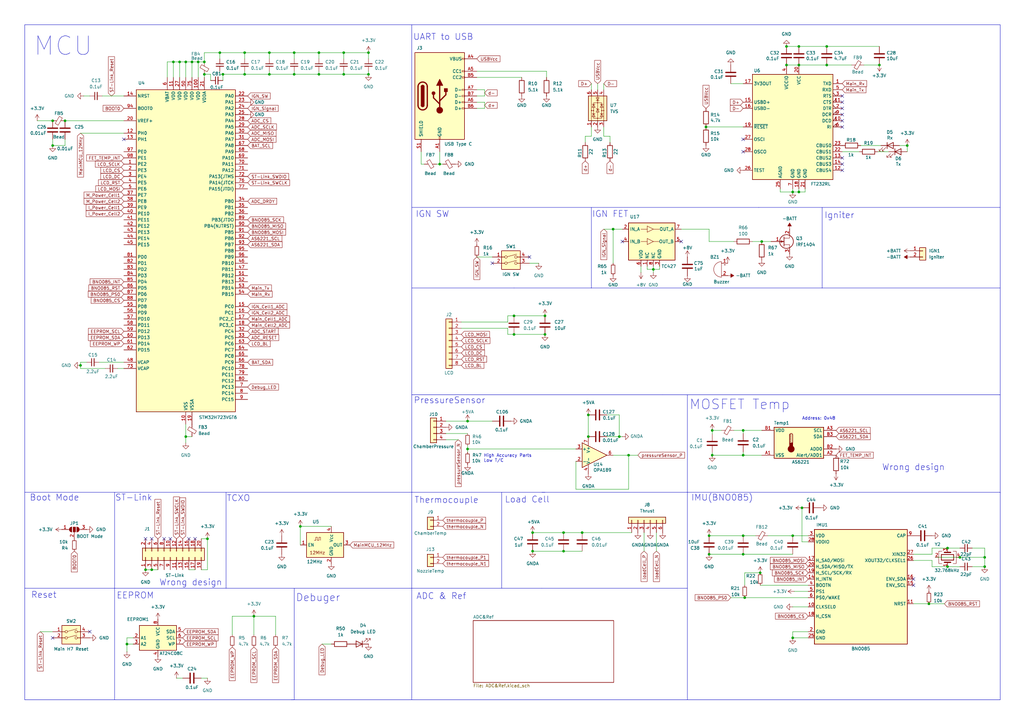
<source format=kicad_sch>
(kicad_sch (version 20231120) (generator "eeschema") (generator_version "8.0")
  (paper "A3")
  (title_block (title "MCU") (date "2024-09-07") (rev "2.0"))
  (junction (at 403.86 228.6))
  (junction (at 304.8 219.71))
  (junction (at 218.44 226.06))
  (junction (at 151.13 21.59))
  (junction (at 90.17 21.59))
  (junction (at 292.1 176.53))
  (junction (at 140.97 30.48))
  (junction (at 238.76 218.44))
  (junction (at 104.14 252.73))
  (junction (at 78.74 25.4))
  (junction (at 210.82 129.54))
  (junction (at 372.11 59.69))
  (junction (at 304.8 176.53))
  (junction (at 327.66 78.74))
  (junction (at 289.56 52.07))
  (junction (at 267.97 110.49))
  (junction (at 251.46 93.98))
  (junction (at 304.8 227.33))
  (junction (at 290.83 227.33))
  (junction (at 304.8 186.69))
  (junction (at 100.33 21.59))
  (junction (at 120.65 21.59))
  (junction (at 257.81 186.69))
  (junction (at 388.62 224.79))
  (junction (at 231.14 218.44))
  (junction (at 191.77 184.15))
  (junction (at 140.97 21.59))
  (junction (at 403.86 232.41))
  (junction (at 180.34 67.31))
  (junction (at 26.67 49.53))
  (junction (at 322.58 26.67))
  (junction (at 311.785 234.95))
  (junction (at 381 247.65))
  (junction (at 328.93 208.28))
  (junction (at 210.82 137.16))
  (junction (at 83.82 30.48))
  (junction (at 76.2 25.4))
  (junction (at 218.44 218.44))
  (junction (at 339.09 26.67))
  (junction (at 325.12 261.62))
  (junction (at 254 179.07))
  (junction (at 312.42 99.06))
  (junction (at 52.07 264.16))
  (junction (at 21.59 49.53))
  (junction (at 327.66 26.67))
  (junction (at 339.09 19.05))
  (junction (at 110.49 30.48))
  (junction (at 71.12 25.4))
  (junction (at 151.13 30.48))
  (junction (at 33.02 149.86))
  (junction (at 100.33 30.48))
  (junction (at 62.23 233.68))
  (junction (at 83.82 25.4))
  (junction (at 327.66 19.05))
  (junction (at 292.1 186.69))
  (junction (at 360.68 26.67))
  (junction (at 81.28 25.4))
  (junction (at 76.2 179.07))
  (junction (at 120.65 30.48))
  (junction (at 91.44 30.48))
  (junction (at 85.09 220.98))
  (junction (at 21.59 59.69))
  (junction (at 290.83 219.71))
  (junction (at 241.3 179.07))
  (junction (at 388.62 232.41))
  (junction (at 123.19 215.9))
  (junction (at 241.3 170.18))
  (junction (at 59.69 233.68))
  (junction (at 223.52 129.54))
  (junction (at 325.12 219.71))
  (junction (at 191.77 172.72))
  (junction (at 73.66 25.4))
  (junction (at 231.14 226.06))
  (junction (at 322.58 19.05))
  (junction (at 325.12 78.74))
  (junction (at 223.52 137.16))
  (junction (at 305.435 245.11))
  (junction (at 130.81 30.48))
  (junction (at 110.49 21.59))
  (junction (at 393.7 228.6))
  (junction (at 130.81 21.59))
  (no_connect (at 21.59 261.62))
  (no_connect (at 304.8 57.15))
  (no_connect (at 255.27 99.06))
  (no_connect (at 36.83 259.08))
  (no_connect (at 345.44 39.37))
  (no_connect (at 345.44 67.31))
  (no_connect (at 217.17 105.41))
  (no_connect (at 69.85 220.98))
  (no_connect (at 345.44 52.07))
  (no_connect (at 279.4 99.06))
  (no_connect (at 77.47 220.98))
  (no_connect (at 67.31 220.98))
  (no_connect (at 345.44 69.85))
  (no_connect (at 345.44 64.77))
  (no_connect (at 62.23 220.98))
  (no_connect (at 345.44 46.99))
  (no_connect (at 374.65 240.03))
  (no_connect (at 374.65 237.49))
  (no_connect (at 304.8 62.23))
  (no_connect (at 50.8 57.15))
  (no_connect (at 345.44 44.45))
  (no_connect (at 345.44 41.91))
  (no_connect (at 345.44 49.53))
  (no_connect (at 80.01 220.98))
  (no_connect (at 201.93 107.95))
  (no_connect (at 59.69 220.98))
  (wire (pts (xy 262.89 109.22) (xy 262.89 111.76)))
  (wire (pts (xy 322.58 19.05) (xy 327.66 19.05)))
  (wire (pts (xy 231.14 218.44) (xy 238.76 218.44)))
  (wire (pts (xy 180.34 67.31) (xy 180.34 62.23)))
  (polyline (pts (xy 210.82 118.11) (xy 242.57 118.11)))
  (wire (pts (xy 325.12 219.71) (xy 314.96 219.71)))
  (wire (pts (xy 85.09 233.68) (xy 82.55 233.68)))
  (wire (pts (xy 210.82 137.16) (xy 223.52 137.16)))
  (wire (pts (xy 398.78 224.79) (xy 403.86 224.79)))
  (wire (pts (xy 257.81 186.69) (xy 251.46 186.69)))
  (wire (pts (xy 250.19 55.88) (xy 250.19 58.42)))
  (wire (pts (xy 320.04 77.47) (xy 320.04 78.74)))
  (wire (pts (xy 208.28 132.08) (xy 208.28 129.54)))
  (wire (pts (xy 140.97 29.21) (xy 140.97 30.48)))
  (polyline (pts (xy 10.16 10.16) (xy 10.16 287.02)))
  (polyline (pts (xy 410.21 201.93) (xy 410.21 202.184)))
  (wire (pts (xy 374.65 229.87) (xy 382.27 229.87)))
  (wire (pts (xy 236.22 200.66) (xy 257.81 200.66)))
  (wire (pts (xy 191.77 172.72) (xy 201.93 172.72)))
  (wire (pts (xy 151.13 24.13) (xy 151.13 21.59)))
  (wire (pts (xy 305.435 234.95) (xy 311.785 234.95)))
  (polyline (pts (xy 168.91 201.93) (xy 168.91 10.16)))
  (wire (pts (xy 77.47 233.68) (xy 80.01 233.68)))
  (wire (pts (xy 76.2 25.4) (xy 73.66 25.4)))
  (wire (pts (xy 130.81 21.59) (xy 130.81 24.13)))
  (wire (pts (xy 304.8 219.71) (xy 290.83 219.71)))
  (wire (pts (xy 312.42 186.69) (xy 304.8 186.69)))
  (wire (pts (xy 372.11 59.69) (xy 372.11 62.23)))
  (wire (pts (xy 91.44 30.48) (xy 100.33 30.48)))
  (wire (pts (xy 195.58 105.41) (xy 201.93 105.41)))
  (wire (pts (xy 179.07 67.31) (xy 180.34 67.31)))
  (wire (pts (xy 83.82 21.59) (xy 90.17 21.59)))
  (polyline (pts (xy 337.185 118.11) (xy 410.21 118.11)))
  (wire (pts (xy 353.06 59.69) (xy 361.315 59.69)))
  (wire (pts (xy 257.81 186.69) (xy 257.81 200.66)))
  (wire (pts (xy 240.03 55.88) (xy 240.03 58.42)))
  (wire (pts (xy 354.33 26.67) (xy 360.68 26.67)))
  (wire (pts (xy 290.83 227.33) (xy 304.8 227.33)))
  (wire (pts (xy 15.24 49.53) (xy 21.59 49.53)))
  (wire (pts (xy 123.19 215.9) (xy 135.89 215.9)))
  (wire (pts (xy 78.74 25.4) (xy 76.2 25.4)))
  (wire (pts (xy 76.2 25.4) (xy 76.2 31.75)))
  (wire (pts (xy 120.65 30.48) (xy 130.81 30.48)))
  (wire (pts (xy 130.81 29.21) (xy 130.81 30.48)))
  (wire (pts (xy 382.27 227.33) (xy 382.27 224.79)))
  (wire (pts (xy 218.44 226.06) (xy 231.14 226.06)))
  (wire (pts (xy 265.43 110.49) (xy 267.97 110.49)))
  (polyline (pts (xy 410.21 287.02) (xy 10.16 287.02)))
  (polyline (pts (xy 46.99 241.3) (xy 46.99 201.93)))
  (wire (pts (xy 83.82 21.59) (xy 83.82 25.4)))
  (wire (pts (xy 151.13 21.59) (xy 140.97 21.59)))
  (wire (pts (xy 195.58 36.83) (xy 198.755 36.83)))
  (wire (pts (xy 198.755 44.45) (xy 195.58 44.45)))
  (wire (pts (xy 251.46 93.98) (xy 255.27 93.98)))
  (polyline (pts (xy 92.71 201.93) (xy 92.71 241.3)))
  (wire (pts (xy 110.49 21.59) (xy 100.33 21.59)))
  (wire (pts (xy 265.43 109.22) (xy 265.43 110.49)))
  (wire (pts (xy 191.77 184.15) (xy 236.22 184.15)))
  (wire (pts (xy 289.56 52.07) (xy 304.8 52.07)))
  (wire (pts (xy 198.755 39.37) (xy 195.58 39.37)))
  (wire (pts (xy 110.49 29.21) (xy 110.49 30.48)))
  (wire (pts (xy 110.49 21.59) (xy 110.49 24.13)))
  (wire (pts (xy 100.33 30.48) (xy 110.49 30.48)))
  (polyline (pts (xy 168.91 201.93) (xy 281.94 201.93)))
  (wire (pts (xy 241.3 170.18) (xy 241.3 179.07)))
  (wire (pts (xy 393.7 228.6) (xy 403.86 228.6)))
  (wire (pts (xy 120.65 29.21) (xy 120.65 30.48)))
  (wire (pts (xy 83.82 25.4) (xy 81.28 25.4)))
  (wire (pts (xy 85.09 220.98) (xy 85.09 233.68)))
  (wire (pts (xy 73.66 25.4) (xy 73.66 31.75)))
  (polyline (pts (xy 168.91 161.925) (xy 271.78 161.925)))
  (wire (pts (xy 52.07 261.62) (xy 52.07 264.16)))
  (wire (pts (xy 208.28 134.62) (xy 208.28 137.16)))
  (wire (pts (xy 382.27 224.79) (xy 388.62 224.79)))
  (wire (pts (xy 130.81 30.48) (xy 140.97 30.48)))
  (wire (pts (xy 264.16 226.06) (xy 264.16 218.44)))
  (wire (pts (xy 198.755 36.83) (xy 198.755 39.37)))
  (wire (pts (xy 62.23 233.68) (xy 64.77 233.68)))
  (polyline (pts (xy 92.71 241.3) (xy 10.16 241.3)))
  (wire (pts (xy 257.81 186.69) (xy 261.62 186.69)))
  (wire (pts (xy 304.8 176.53) (xy 304.8 177.8)))
  (wire (pts (xy 267.97 109.22) (xy 267.97 110.49)))
  (wire (pts (xy 325.12 248.92) (xy 331.47 248.92)))
  (wire (pts (xy 403.86 224.79) (xy 403.86 228.6)))
  (wire (pts (xy 208.28 129.54) (xy 210.82 129.54)))
  (wire (pts (xy 339.09 26.67) (xy 349.25 26.67)))
  (wire (pts (xy 403.86 232.41) (xy 398.78 232.41)))
  (wire (pts (xy 100.33 21.59) (xy 90.17 21.59)))
  (wire (pts (xy 82.55 220.98) (xy 85.09 220.98)))
  (wire (pts (xy 290.83 99.06) (xy 300.99 99.06)))
  (polyline (pts (xy 168.91 241.3) (xy 168.91 201.93)))
  (wire (pts (xy 86.36 30.48) (xy 86.36 33.02)))
  (wire (pts (xy 100.33 21.59) (xy 100.33 24.13)))
  (wire (pts (xy 172.72 67.31) (xy 172.72 62.23)))
  (polyline (pts (xy 210.82 118.11) (xy 168.91 118.11)))
  (wire (pts (xy 173.99 67.31) (xy 172.72 67.31)))
  (wire (pts (xy 68.58 25.4) (xy 68.58 31.75)))
  (wire (pts (xy 191.77 184.15) (xy 191.77 185.42)))
  (wire (pts (xy 269.24 226.06) (xy 269.24 218.44)))
  (wire (pts (xy 360.045 62.23) (xy 364.49 62.23)))
  (wire (pts (xy 251.46 93.98) (xy 251.46 107.95)))
  (wire (pts (xy 238.76 218.44) (xy 259.08 218.44)))
  (wire (pts (xy 254 170.18) (xy 254 179.07)))
  (wire (pts (xy 21.59 57.15) (xy 21.59 59.69)))
  (polyline (pts (xy 10.16 201.93) (xy 168.91 201.93)))
  (wire (pts (xy 327.66 26.67) (xy 339.09 26.67)))
  (wire (pts (xy 300.99 176.53) (xy 304.8 176.53)))
  (wire (pts (xy 382.27 232.41) (xy 388.62 232.41)))
  (wire (pts (xy 59.69 233.68) (xy 62.23 233.68)))
  (polyline (pts (xy 120.65 265.43) (xy 120.65 287.02)))
  (polyline (pts (xy 168.91 241.3) (xy 222.25 241.3)))
  (wire (pts (xy 33.02 148.59) (xy 33.02 149.86)))
  (polyline (pts (xy 10.16 10.16) (xy 410.21 10.16)))
  (wire (pts (xy 270.51 110.49) (xy 267.97 110.49)))
  (wire (pts (xy 312.42 176.53) (xy 304.8 176.53)))
  (polyline (pts (xy 46.99 241.3) (xy 46.99 287.02)))
  (wire (pts (xy 78.74 25.4) (xy 78.74 31.75)))
  (wire (pts (xy 72.39 278.13) (xy 74.93 278.13)))
  (wire (pts (xy 78.74 179.07) (xy 76.2 179.07)))
  (polyline (pts (xy 222.25 201.93) (xy 223.52 201.93)))
  (wire (pts (xy 231.14 226.06) (xy 238.76 226.06)))
  (wire (pts (xy 311.785 240.03) (xy 331.47 240.03)))
  (wire (pts (xy 191.77 177.8) (xy 182.88 177.8)))
  (wire (pts (xy 325.12 227.33) (xy 304.8 227.33)))
  (wire (pts (xy 270.51 109.22) (xy 270.51 110.49)))
  (polyline (pts (xy 281.94 201.93) (xy 410.21 201.93)))
  (wire (pts (xy 26.67 57.15) (xy 26.67 59.69)))
  (wire (pts (xy 132.08 264.16) (xy 135.89 264.16)))
  (polyline (pts (xy 242.57 118.11) (xy 242.57 85.09)))
  (wire (pts (xy 71.12 25.4) (xy 68.58 25.4)))
  (wire (pts (xy 208.28 137.16) (xy 210.82 137.16)))
  (wire (pts (xy 26.67 49.53) (xy 50.8 49.53)))
  (wire (pts (xy 312.42 99.06) (xy 316.23 99.06)))
  (wire (pts (xy 130.81 21.59) (xy 120.65 21.59)))
  (wire (pts (xy 182.88 172.72) (xy 191.77 172.72)))
  (polyline (pts (xy 311.15 85.09) (xy 410.21 85.09)))
  (wire (pts (xy 71.12 25.4) (xy 71.12 31.75)))
  (wire (pts (xy 328.93 222.25) (xy 328.93 208.28)))
  (wire (pts (xy 374.65 227.33) (xy 382.27 227.33)))
  (wire (pts (xy 382.27 229.87) (xy 382.27 232.41)))
  (polyline (pts (xy 120.65 241.3) (xy 120.65 265.43)))
  (wire (pts (xy 189.23 132.08) (xy 208.28 132.08)))
  (wire (pts (xy 299.72 245.11) (xy 305.435 245.11)))
  (wire (pts (xy 217.17 107.95) (xy 220.98 107.95)))
  (wire (pts (xy 82.55 278.13) (xy 85.09 278.13)))
  (wire (pts (xy 83.82 30.48) (xy 83.82 31.75)))
  (wire (pts (xy 104.14 252.73) (xy 104.14 260.35)))
  (wire (pts (xy 388.62 224.79) (xy 393.7 224.79)))
  (wire (pts (xy 245.11 34.29) (xy 245.11 36.83)))
  (wire (pts (xy 299.72 34.29) (xy 304.8 34.29)))
  (wire (pts (xy 83.82 30.48) (xy 86.36 30.48)))
  (wire (pts (xy 180.34 67.31) (xy 181.61 67.31)))
  (wire (pts (xy 320.04 78.74) (xy 325.12 78.74)))
  (wire (pts (xy 40.64 148.59) (xy 50.8 148.59)))
  (wire (pts (xy 247.65 55.88) (xy 250.19 55.88)))
  (polyline (pts (xy 168.91 85.09) (xy 311.15 85.09)))
  (wire (pts (xy 110.49 30.48) (xy 120.65 30.48)))
  (polyline (pts (xy 281.94 241.3) (xy 222.25 241.3)))
  (wire (pts (xy 247.65 93.98) (xy 251.46 93.98)))
  (wire (pts (xy 26.67 59.69) (xy 21.59 59.69)))
  (wire (pts (xy 325.12 261.62) (xy 331.47 261.62)))
  (wire (pts (xy 73.66 25.4) (xy 71.12 25.4)))
  (wire (pts (xy 304.8 186.69) (xy 304.8 185.42)))
  (polyline (pts (xy 410.21 10.16) (xy 410.21 287.02)))
  (wire (pts (xy 247.65 52.07) (xy 247.65 55.88)))
  (wire (pts (xy 292.1 176.53) (xy 295.91 176.53)))
  (wire (pts (xy 33.02 54.61) (xy 50.8 54.61)))
  (wire (pts (xy 90.17 29.21) (xy 90.17 30.48)))
  (wire (pts (xy 292.1 186.69) (xy 304.8 186.69)))
  (wire (pts (xy 247.65 34.29) (xy 247.65 36.83)))
  (wire (pts (xy 95.25 252.73) (xy 104.14 252.73)))
  (polyline (pts (xy 205.74 241.3) (xy 205.74 201.93)))
  (wire (pts (xy 267.97 110.49) (xy 267.97 111.76)))
  (wire (pts (xy 195.58 29.21) (xy 224.155 29.21)))
  (wire (pts (xy 120.65 21.59) (xy 110.49 21.59)))
  (wire (pts (xy 36.83 39.37) (xy 34.29 39.37)))
  (wire (pts (xy 305.435 240.03) (xy 305.435 234.95)))
  (polyline (pts (xy 337.185 118.11) (xy 337.185 85.09)))
  (wire (pts (xy 403.86 228.6) (xy 403.86 232.41)))
  (wire (pts (xy 322.58 26.67) (xy 327.66 26.67)))
  (wire (pts (xy 195.58 31.75) (xy 213.995 31.75)))
  (wire (pts (xy 187.96 180.34) (xy 182.88 180.34)))
  (wire (pts (xy 81.28 25.4) (xy 78.74 25.4)))
  (polyline (pts (xy 271.78 161.925) (xy 410.21 161.925)))
  (wire (pts (xy 325.12 219.71) (xy 331.47 219.71)))
  (wire (pts (xy 189.23 134.62) (xy 208.28 134.62)))
  (wire (pts (xy 242.57 55.88) (xy 240.03 55.88)))
  (wire (pts (xy 236.22 189.23) (xy 236.22 200.66)))
  (wire (pts (xy 90.17 30.48) (xy 91.44 30.48)))
  (wire (pts (xy 54.61 261.62) (xy 52.07 261.62)))
  (wire (pts (xy 327.66 19.05) (xy 339.09 19.05)))
  (wire (pts (xy 123.19 223.52) (xy 123.19 215.9)))
  (wire (pts (xy 279.4 93.98) (xy 290.83 93.98)))
  (polyline (pts (xy 92.71 241.3) (xy 168.91 241.3)))
  (wire (pts (xy 305.435 245.11) (xy 331.47 245.11)))
  (wire (pts (xy 290.83 93.98) (xy 290.83 99.06)))
  (wire (pts (xy 218.44 218.44) (xy 231.14 218.44)))
  (wire (pts (xy 309.88 219.71) (xy 304.8 219.71)))
  (wire (pts (xy 120.65 21.59) (xy 120.65 24.13)))
  (wire (pts (xy 33.02 148.59) (xy 35.56 148.59)))
  (wire (pts (xy 210.82 129.54) (xy 223.52 129.54)))
  (wire (pts (xy 242.57 34.29) (xy 242.57 36.83)))
  (wire (pts (xy 76.2 179.07) (xy 76.2 181.61)))
  (wire (pts (xy 308.61 99.06) (xy 312.42 99.06)))
  (wire (pts (xy 374.65 247.65) (xy 381 247.65)))
  (wire (pts (xy 76.2 173.99) (xy 76.2 179.07)))
  (wire (pts (xy 248.92 170.18) (xy 254 170.18)))
  (wire (pts (xy 327.66 77.47) (xy 327.66 78.74)))
  (wire (pts (xy 330.2 78.74) (xy 330.2 77.47)))
  (wire (pts (xy 91.44 33.02) (xy 91.44 30.48)))
  (wire (pts (xy 325.12 259.08) (xy 325.12 261.62)))
  (wire (pts (xy 52.07 264.16) (xy 54.61 264.16)))
  (wire (pts (xy 151.13 29.21) (xy 151.13 30.48)))
  (wire (pts (xy 339.09 19.05) (xy 360.68 19.05)))
  (wire (pts (xy 325.755 242.57) (xy 331.47 242.57)))
  (wire (pts (xy 95.25 260.35) (xy 95.25 252.73)))
  (wire (pts (xy 242.57 52.07) (xy 242.57 55.88)))
  (wire (pts (xy 140.97 30.48) (xy 151.13 30.48)))
  (wire (pts (xy 292.1 178.054) (xy 292.1 176.53)))
  (wire (pts (xy 191.77 182.88) (xy 191.77 184.15)))
  (wire (pts (xy 113.03 252.73) (xy 113.03 260.35)))
  (wire (pts (xy 368.935 59.69) (xy 372.11 59.69)))
  (wire (pts (xy 248.92 179.07) (xy 254 179.07)))
  (polyline (pts (xy 281.94 161.925) (xy 281.94 287.02)))
  (wire (pts (xy 255.27 179.07) (xy 254 179.07)))
  (wire (pts (xy 33.02 151.13) (xy 33.02 149.86)))
  (wire (pts (xy 100.33 29.21) (xy 100.33 30.48)))
  (wire (pts (xy 90.17 21.59) (xy 90.17 24.13)))
  (wire (pts (xy 325.12 78.74) (xy 327.66 78.74)))
  (wire (pts (xy 16.51 259.08) (xy 21.59 259.08)))
  (polyline (pts (xy 242.57 118.11) (xy 337.185 118.11)))
  (wire (pts (xy 352.425 62.23) (xy 345.44 62.23)))
  (wire (pts (xy 41.91 39.37) (xy 50.8 39.37)))
  (wire (pts (xy 387.35 247.65) (xy 381 247.65)))
  (wire (pts (xy 383.54 228.6) (xy 393.7 228.6)))
  (wire (pts (xy 325.12 77.47) (xy 325.12 78.74)))
  (wire (pts (xy 325.12 259.08) (xy 331.47 259.08)))
  (polyline (pts (xy 168.91 241.3) (xy 168.91 287.02)))
  (wire (pts (xy 81.28 25.4) (xy 81.28 31.75)))
  (wire (pts (xy 292.1 185.674) (xy 292.1 186.69)))
  (wire (pts (xy 195.58 41.91) (xy 198.755 41.91)))
  (polyline (pts (xy 120.65 287.02) (xy 119.38 287.02)))
  (wire (pts (xy 327.66 78.74) (xy 330.2 78.74)))
  (wire (pts (xy 104.14 252.73) (xy 113.03 252.73)))
  (wire (pts (xy 140.97 21.59) (xy 140.97 24.13)))
  (wire (pts (xy 43.18 151.13) (xy 33.02 151.13)))
  (wire (pts (xy 224.155 29.21) (xy 224.155 31.75)))
  (wire (pts (xy 140.97 21.59) (xy 130.81 21.59)))
  (wire (pts (xy 388.62 232.41) (xy 393.7 232.41)))
  (wire (pts (xy 52.07 264.16) (xy 52.07 267.335)))
  (wire (pts (xy 198.755 41.91) (xy 198.755 44.45)))
  (wire (pts (xy 48.26 151.13) (xy 50.8 151.13)))
  (wire (pts (xy 331.47 222.25) (xy 328.93 222.25)))
  (text "UART to USB" (at 169.418 16.764 0) (effects (font (size 2.54 2.54)) (justify left bottom)))
  (text "ADC & Ref" (at 170.688 246.126 0) (effects (font (size 2.54 2.54)) (justify left bottom)))
  (text "Wrong design" (at 374.65 191.77 0) (effects (font (size 2.54 2.54))))
  (text "Igniter" (at 338.074 89.916 0) (effects (font (size 2.54 2.54)) (justify left bottom)))
  (text "Reset" (at 12.7 245.618 0) (effects (font (size 2.54 2.54)) (justify left bottom)))
  (text "IGN SW" (at 170.434 89.408 0) (effects (font (size 2.54 2.54)) (justify left bottom)))
  (text "Thermocouple" (at 183.134 205.232 0) (effects (font (size 2.54 2.54))))
  (text "High Accuracy Parts\nLow T/C" (at 198.374 189.738 0) (effects (font (size 1.27 1.27)) (justify left bottom)))
  (text "Boot Mode" (at 22.352 204.216 0) (effects (font (size 2.54 2.54))))
  (text "MOSFET Temp" (at 282.702 168.402 0) (effects (font (size 4 4)) (justify left bottom)))
  (text "EEPROM" (at 47.752 245.872 0) (effects (font (size 2.54 2.54)) (justify left bottom)))
  (text "Wrong design" (at 78.232 239.014 0) (effects (font (size 2.54 2.54))))
  (text "Address: 0x48" (at 335.788 171.704 0) (effects (font (size 1.27 1.27))))
  (text "ST-Link" (at 54.864 204.216 0) (effects (font (size 2.54 2.54))))
  (text "IGN FET" (at 242.824 89.408 0) (effects (font (size 2.54 2.54)) (justify left bottom)))
  (text "MCU" (at 25.908 19.05 0) (effects (font (size 7.62 7.62))))
  (text "Debuger" (at 121.285 247.015 0) (effects (font (size 3 3)) (justify left bottom)))
  (text "TCXO" (at 97.79 204.47 0) (effects (font (size 2.54 2.54))))
  (text "IMU(BNO085)" (at 283.464 205.74 0) (effects (font (size 2.54 2.54)) (justify left bottom)))
  (text "Load Cell" (at 207.01 206.502 0) (effects (font (size 2.54 2.54)) (justify left bottom)))
  (text "PressureSensor" (at 184.404 164.338 0) (effects (font (size 2.54 2.54))))
  (global_label "ADC_DRDY" (shape input) (at 101.6 82.55 0) (property "Intersheetrefs" "${INTERSHEET_REFS}" (effects (hide yes))))
  (global_label "BNO085_PS0" (shape input) (at 299.72 245.11 180) (property "Intersheetrefs" "${INTERSHEET_REFS}" (effects (hide yes))))
  (global_label "LCD_DC" (shape input) (at 189.23 144.78 0) (property "Intersheetrefs" "${INTERSHEET_REFS}" (effects (hide yes))))
  (global_label "d-" (shape input) (at 250.19 66.04 270) (property "Intersheetrefs" "${INTERSHEET_REFS}" (effects (hide yes))))
  (global_label "Main_Tx" (shape input) (at 101.6 118.11 0) (property "Intersheetrefs" "${INTERSHEET_REFS}" (effects (hide yes))))
  (global_label "MainMCU_12MHz" (shape input) (at 143.51 223.52 0) (property "Intersheetrefs" "${INTERSHEET_REFS}" (effects (hide yes))))
  (global_label "M_Power_Cell1" (shape input) (at 50.8 80.01 180) (property "Intersheetrefs" "${INTERSHEET_REFS}" (effects (hide yes))))
  (global_label "EEPROM_SCL" (shape input) (at 104.14 265.43 270) (property "Intersheetrefs" "${INTERSHEET_REFS}" (effects (hide yes))))
  (global_label "LCD_DC" (shape input) (at 50.8 72.39 180) (property "Intersheetrefs" "${INTERSHEET_REFS}" (effects (hide yes))))
  (global_label "ADC_RESET" (shape input) (at 101.6 138.43 0) (property "Intersheetrefs" "${INTERSHEET_REFS}" (effects (hide yes))))
  (global_label "d+" (shape input) (at 240.03 66.04 270) (property "Intersheetrefs" "${INTERSHEET_REFS}" (effects (hide yes))))
  (global_label "loadCell_N" (shape input) (at 269.24 226.06 270) (property "Intersheetrefs" "${INTERSHEET_REFS}" (effects (hide yes))))
  (global_label "LCD_SCLK" (shape input) (at 189.23 139.7 0) (property "Intersheetrefs" "${INTERSHEET_REFS}" (effects (hide yes))))
  (global_label "ST-Link_Reset" (shape input) (at 16.51 259.08 270) (property "Intersheetrefs" "${INTERSHEET_REFS}" (effects (hide yes))))
  (global_label "ADC_MOSI" (shape input) (at 101.6 57.15 0) (property "Intersheetrefs" "${INTERSHEET_REFS}" (effects (hide yes))))
  (global_label "EEPROM_SCL" (shape input) (at 74.93 261.62 0) (property "Intersheetrefs" "${INTERSHEET_REFS}" (effects (hide yes))))
  (global_label "thermocouple_P1" (shape input) (at 181.61 228.6 0) (property "Intersheetrefs" "${INTERSHEET_REFS}" (effects (hide yes))))
  (global_label "D-" (shape input) (at 247.65 34.29 0) (property "Intersheetrefs" "${INTERSHEET_REFS}" (effects (hide yes))))
  (global_label "AS6221_SDA" (shape input) (at 101.6 100.33 0) (property "Intersheetrefs" "${INTERSHEET_REFS}" (effects (hide yes))))
  (global_label "Main_Tx" (shape input) (at 345.44 36.83 0) (property "Intersheetrefs" "${INTERSHEET_REFS}" (effects (hide yes))))
  (global_label "IGN_Signal" (shape input) (at 247.65 93.98 270) (property "Intersheetrefs" "${INTERSHEET_REFS}" (effects (hide yes))))
  (global_label "ST-Link_Reset" (shape input) (at 45.72 39.37 90) (property "Intersheetrefs" "${INTERSHEET_REFS}" (effects (hide yes))))
  (global_label "LCD_SCLK" (shape input) (at 50.8 67.31 180) (property "Intersheetrefs" "${INTERSHEET_REFS}" (effects (hide yes))))
  (global_label "LCD_MOSI" (shape input) (at 189.23 137.16 0) (property "Intersheetrefs" "${INTERSHEET_REFS}" (effects (hide yes))))
  (global_label "USBVcc" (shape input) (at 289.56 44.45 90) (property "Intersheetrefs" "${INTERSHEET_REFS}" (effects (hide yes))))
  (global_label "BOOT0" (shape input) (at 50.8 44.45 180) (property "Intersheetrefs" "${INTERSHEET_REFS}" (effects (hide yes))))
  (global_label "ADC_START" (shape input) (at 101.6 135.89 0) (property "Intersheetrefs" "${INTERSHEET_REFS}" (effects (hide yes))))
  (global_label "ST-Link_SWDIO" (shape input) (at 101.6 72.39 0) (property "Intersheetrefs" "${INTERSHEET_REFS}" (effects (hide yes))))
  (global_label "BNO085_INT" (shape input) (at 50.8 115.57 180) (property "Intersheetrefs" "${INTERSHEET_REFS}" (effects (hide yes))))
  (global_label "ST-Link_Reset" (shape input) (at 64.77 220.98 90) (property "Intersheetrefs" "${INTERSHEET_REFS}" (effects (hide yes))))
  (global_label "pressureSensor_P" (shape input) (at 261.62 186.69 0) (property "Intersheetrefs" "${INTERSHEET_REFS}" (effects (hide yes))))
  (global_label "EEPROM_SCL" (shape input) (at 50.8 135.89 180) (property "Intersheetrefs" "${INTERSHEET_REFS}" (effects (hide yes))))
  (global_label "LCD_RST" (shape input) (at 189.23 147.32 0) (property "Intersheetrefs" "${INTERSHEET_REFS}" (effects (hide yes))))
  (global_label "LCD_RST" (shape input) (at 50.8 74.93 180) (property "Intersheetrefs" "${INTERSHEET_REFS}" (effects (hide yes))))
  (global_label "BNO085_MOSI" (shape input) (at 331.47 229.87 180) (property "Intersheetrefs" "${INTERSHEET_REFS}" (effects (hide yes))))
  (global_label "IGN_SW" (shape input) (at 101.6 39.37 0) (property "Intersheetrefs" "${INTERSHEET_REFS}" (effects (hide yes))))
  (global_label "EEPROM_WP" (shape input) (at 95.25 265.43 270) (property "Intersheetrefs" "${INTERSHEET_REFS}" (effects (hide yes))))
  (global_label "BNO085_RST" (shape input) (at 50.8 118.11 180) (property "Intersheetrefs" "${INTERSHEET_REFS}" (effects (hide yes))))
  (global_label "d+" (shape input) (at 198.755 43.18 0) (property "Intersheetrefs" "${INTERSHEET_REFS}" (effects (hide yes))))
  (global_label "LCD_CS" (shape input) (at 189.23 142.24 0) (property "Intersheetrefs" "${INTERSHEET_REFS}" (effects (hide yes))))
  (global_label "IGN_Cell1_ADC" (shape input) (at 101.6 125.73 0) (property "Intersheetrefs" "${INTERSHEET_REFS}" (effects (hide yes))))
  (global_label "FET_TEMP_INT" (shape input) (at 50.8 64.77 180) (property "Intersheetrefs" "${INTERSHEET_REFS}" (effects (hide yes))))
  (global_label "LCD_BL" (shape input) (at 189.23 149.86 0) (property "Intersheetrefs" "${INTERSHEET_REFS}" (effects (hide yes))))
  (global_label "I_Power_Cell1" (shape input) (at 50.8 85.09 180) (property "Intersheetrefs" "${INTERSHEET_REFS}" (effects (hide yes))))
  (global_label "ST-Link_SWCLK" (shape input) (at 101.6 74.93 0) (property "Intersheetrefs" "${INTERSHEET_REFS}" (effects (hide yes))))
  (global_label "ST-Link_SWDIO" (shape input) (at 74.93 220.98 90) (property "Intersheetrefs" "${INTERSHEET_REFS}" (effects (hide yes))))
  (global_label "AS6221_SCL" (shape input) (at 342.9 176.53 0) (property "Intersheetrefs" "${INTERSHEET_REFS}" (effects (hide yes))))
  (global_label "EEPROM_SDA" (shape input) (at 74.93 259.08 0) (property "Intersheetrefs" "${INTERSHEET_REFS}" (effects (hide yes))))
  (global_label "BNO085_MISO" (shape input) (at 101.6 92.71 0) (property "Intersheetrefs" "${INTERSHEET_REFS}" (effects (hide yes))))
  (global_label "IGN_Cell2_ADC" (shape input) (at 101.6 128.27 0) (property "Intersheetrefs" "${INTERSHEET_REFS}" (effects (hide yes))))
  (global_label "AS6221_SCL" (shape input) (at 101.6 97.79 0) (property "Intersheetrefs" "${INTERSHEET_REFS}" (effects (hide yes))))
  (global_label "M_Power_Cell2" (shape input) (at 50.8 82.55 180) (property "Intersheetrefs" "${INTERSHEET_REFS}" (effects (hide yes))))
  (global_label "BOOT0" (shape input) (at 30.48 226.06 270) (property "Intersheetrefs" "${INTERSHEET_REFS}" (effects (hide yes))))
  (global_label "BNO085_SCK" (shape input) (at 331.47 234.95 180) (property "Intersheetrefs" "${INTERSHEET_REFS}" (effects (hide yes))))
  (global_label "thermocouple_P" (shape input) (at 181.61 213.36 0) (property "Intersheetrefs" "${INTERSHEET_REFS}" (effects (hide yes))))
  (global_label "ADC_CS" (shape input) (at 101.6 49.53 0) (property "Intersheetrefs" "${INTERSHEET_REFS}" (effects (hide yes))))
  (global_label "BAT_SDA" (shape input) (at 101.6 148.59 0) (property "Intersheetrefs" "${INTERSHEET_REFS}" (effects (hide yes))))
  (global_label "EEPROM_WP" (shape input) (at 50.8 140.97 180) (property "Intersheetrefs" "${INTERSHEET_REFS}" (effects (hide yes))))
  (global_label "USBVcc" (shape input) (at 195.58 24.13 0) (property "Intersheetrefs" "${INTERSHEET_REFS}" (effects (hide yes))))
  (global_label "BNO085_SCK" (shape input) (at 101.6 90.17 0) (property "Intersheetrefs" "${INTERSHEET_REFS}" (effects (hide yes))))
  (global_label "thermocouple_N1" (shape input) (at 181.61 231.14 0) (property "Intersheetrefs" "${INTERSHEET_REFS}" (effects (hide yes))))
  (global_label "Main_Cell2_ADC" (shape input) (at 101.6 133.35 0) (property "Intersheetrefs" "${INTERSHEET_REFS}" (effects (hide yes))))
  (global_label "Main_Rx" (shape input) (at 101.6 120.65 0) (property "Intersheetrefs" "${INTERSHEET_REFS}" (effects (hide yes))))
  (global_label "Debug_LED" (shape input) (at 101.6 158.75 0) (property "Intersheetrefs" "${INTERSHEET_REFS}" (effects (hide yes))))
  (global_label "BAT_SCL" (shape input) (at 101.6 59.69 0) (property "Intersheetrefs" "${INTERSHEET_REFS}" (effects (hide yes))))
  (global_label "d-" (shape input) (at 198.755 38.1 0) (property "Intersheetrefs" "${INTERSHEET_REFS}" (effects (hide yes))))
  (global_label "LCD_BL" (shape input) (at 101.6 140.97 0) (property "Intersheetrefs" "${INTERSHEET_REFS}" (effects (hide yes))))
  (global_label "LCD_CS" (shape input) (at 50.8 69.85 180) (property "Intersheetrefs" "${INTERSHEET_REFS}" (effects (hide yes))))
  (global_label "FET_TEMP_INT" (shape input) (at 342.9 186.69 0) (property "Intersheetrefs" "${INTERSHEET_REFS}" (effects (hide yes))))
  (global_label "BNO085_PS0" (shape input) (at 50.8 120.65 180) (property "Intersheetrefs" "${INTERSHEET_REFS}" (effects (hide yes))))
  (global_label "MainMCU_12MHz" (shape input) (at 33.02 54.61 270) (property "Intersheetrefs" "${INTERSHEET_REFS}" (effects (hide yes))))
  (global_label "ADC_MISO" (shape input) (at 101.6 54.61 0) (property "Intersheetrefs" "${INTERSHEET_REFS}" (effects (hide yes))))
  (global_label "BNO085_MOSI" (shape input) (at 101.6 95.25 0) (property "Intersheetrefs" "${INTERSHEET_REFS}" (effects (hide yes))))
  (global_label "Main_Cell1_ADC" (shape input) (at 101.6 130.81 0) (property "Intersheetrefs" "${INTERSHEET_REFS}" (effects (hide yes))))
  (global_label "I_Power_Cell2" (shape input) (at 50.8 87.63 180) (property "Intersheetrefs" "${INTERSHEET_REFS}" (effects (hide yes))))
  (global_label "EEPROM_SDA" (shape input) (at 50.8 138.43 180) (property "Intersheetrefs" "${INTERSHEET_REFS}" (effects (hide yes))))
  (global_label "ST-Link_SWCLK" (shape input) (at 72.39 220.98 90) (property "Intersheetrefs" "${INTERSHEET_REFS}" (effects (hide yes))))
  (global_label "IGN_SW" (shape input) (at 195.58 105.41 270) (property "Intersheetrefs" "${INTERSHEET_REFS}" (effects (hide yes))))
  (global_label "loadCell_P" (shape input) (at 264.16 226.06 270) (property "Intersheetrefs" "${INTERSHEET_REFS}" (effects (hide yes))))
  (global_label "AS6221_SDA" (shape input) (at 342.9 179.07 0) (property "Intersheetrefs" "${INTERSHEET_REFS}" (effects (hide yes))))
  (global_label "EEPROM_WP" (shape input) (at 74.93 264.16 0) (property "Intersheetrefs" "${INTERSHEET_REFS}" (effects (hide yes))))
  (global_label "IGN_Signal" (shape input) (at 101.6 44.45 0) (property "Intersheetrefs" "${INTERSHEET_REFS}" (effects (hide yes))))
  (global_label "BNO085_INT" (shape input) (at 331.47 237.49 180) (property "Intersheetrefs" "${INTERSHEET_REFS}" (effects (hide yes))))
  (global_label "EEPROM_SDA" (shape input) (at 113.03 265.43 270) (property "Intersheetrefs" "${INTERSHEET_REFS}" (effects (hide yes))))
  (global_label "BNO085_CS" (shape input) (at 331.47 252.73 180) (property "Intersheetrefs" "${INTERSHEET_REFS}" (effects (hide yes))))
  (global_label "USBVcc" (shape input) (at 245.11 34.29 90) (property "Intersheetrefs" "${INTERSHEET_REFS}" (effects (hide yes))))
  (global_label "D+" (shape input) (at 242.57 34.29 180) (property "Intersheetrefs" "${INTERSHEET_REFS}" (effects (hide yes))))
  (global_label "ADC_SCLK" (shape input) (at 101.6 52.07 0) (property "Intersheetrefs" "${INTERSHEET_REFS}" (effects (hide yes))))
  (global_label "BNO085_CS" (shape input) (at 50.8 123.19 180) (property "Intersheetrefs" "${INTERSHEET_REFS}" (effects (hide yes))))
  (global_label "BNO085_MISO" (shape input) (at 331.47 232.41 180) (property "Intersheetrefs" "${INTERSHEET_REFS}" (effects (hide yes))))
  (global_label "Debug_LED" (shape input) (at 132.08 264.16 270) (property "Intersheetrefs" "${INTERSHEET_REFS}" (effects (hide yes))))
  (global_label "Main_Rx" (shape input) (at 345.44 34.29 0) (property "Intersheetrefs" "${INTERSHEET_REFS}" (effects (hide yes))))
  (global_label "LCD_MOSI" (shape input) (at 50.8 77.47 180) (property "Intersheetrefs" "${INTERSHEET_REFS}" (effects (hide yes))))
  (global_label "D+" (shape input) (at 304.8 41.91 180) (property "Intersheetrefs" "${INTERSHEET_REFS}" (effects (hide yes))))
  (global_label "BNO085_RST" (shape input) (at 387.35 247.65 0) (property "Intersheetrefs" "${INTERSHEET_REFS}" (effects (hide yes))))
  (global_label "D-" (shape input) (at 304.8 44.45 180) (property "Intersheetrefs" "${INTERSHEET_REFS}" (effects (hide yes))))
  (global_label "thermocouple_N" (shape input) (at 181.61 215.9 0) (property "Intersheetrefs" "${INTERSHEET_REFS}" (effects (hide yes))))
  (global_label "pressureSensor_N" (shape input) (at 187.96 180.34 270) (property "Intersheetrefs" "${INTERSHEET_REFS}" (effects (hide yes))))
  (symbol (lib_id "Device:C") (at 231.14 222.25 0) (unit 1)
    (property "Reference" "C45" (at 227.33 220.9799 0) (effects (justify right)))
    (property "Value" "0.1uF" (at 227.33 223.5199 0) (effects (justify right)))
    (property "Footprint" "Capacitor_SMD:C_0805_2012Metric" (effects (hide yes)))
    (property "Description" "Unpolarized capacitor" (effects (hide yes)))
  )
  (symbol (lib_id "Device:C_Small") (at 396.24 232.41 90) (unit 1)
    (property "Reference" "C43" (at 396.24 229.235 90))
    (property "Value" "22pF" (at 396.24 235.585 90))
    (property "Footprint" "Capacitor_SMD:C_0805_2012Metric" (effects (hide yes)))
  )
  (symbol (lib_id "Connector_Generic:Conn_01x06") (at 264.16 213.36 90) (unit 1)
    (property "Reference" "J8" (at 265.43 207.01 90))
    (property "Value" "Thrust" (at 265.43 209.55 90))
    (property "Footprint" "Connector_PinSocket_2.54mm:PinSocket_1x06_P2.54mm_Vertical" (effects (hide yes)))
    (property "Description" "Generic connector, single row, 01x06, script generated (kicad-library-utils/schlib/autogen/connector/)" (effects (hide yes)))
  )
  (symbol (lib_id "power:+3.3V") (at 342.9 194.31 180) (unit 1)
    (property "Reference" "#PWR09" (effects (hide yes)))
    (property "Value" "+3.3V" (at 340.106 198.882 0) (effects (justify right)))
  )
  (symbol (lib_id "power:GNDA") (at 218.44 226.06 0) (unit 1)
    (property "Reference" "#PWR0102" (effects (hide yes)))
    (property "Value" "GNDA" (at 218.44 231.14 0))
    (property "Description" "Power symbol creates a global label with name \"GNDA\" , analog ground" (effects (hide yes)))
  )
  (symbol (lib_id "power:+3.3V") (at 104.14 252.73 0) (unit 1)
    (property "Reference" "#PWR047" (effects (hide yes)))
    (property "Value" "+3.3V" (at 104.14 247.65 0))
  )
  (symbol (lib_id "power:-BATT") (at 323.85 93.98 0) (unit 1)
    (property "Reference" "#PWR0196" (effects (hide yes)))
    (property "Value" "-BATT" (at 323.85 89.662 0))
    (property "Description" "Power symbol creates a global label with name \"-BATT\"" (effects (hide yes)))
  )
  (symbol (lib_id "power:GNDA") (at 255.27 179.07 90) (unit 1)
    (property "Reference" "#PWR0139" (effects (hide yes)))
    (property "Value" "GNDA" (at 258.5212 178.943 90) (effects (justify right)))
  )
  (symbol (lib_id "Device:R_Small") (at 113.03 262.89 0) (unit 1)
    (property "Reference" "R7" (at 115.57 261.6199 0) (effects (justify left)))
    (property "Value" "4.7k" (at 115.57 264.1599 0) (effects (justify left)))
    (property "Footprint" "Resistor_SMD:R_0805_2012Metric" (effects (hide yes)))
  )
  (symbol (lib_id "power:+3.3V") (at 85.09 220.98 0) (unit 1)
    (property "Reference" "#PWR036" (effects (hide yes)))
    (property "Value" "+3.3V" (at 85.09 215.9 0))
    (property "Description" "Power symbol creates a global label with name \"+3.3V\"" (effects (hide yes)))
  )
  (symbol (lib_id "power:GND") (at 223.52 137.16 0) (unit 1)
    (property "Reference" "#PWR072" (effects (hide yes)))
    (property "Value" "GND" (at 223.52 142.24 0))
    (property "Description" "Power symbol creates a global label with name \"GND\" , ground" (effects (hide yes)))
  )
  (symbol (lib_id "Device:C_Small") (at 396.24 224.79 90) (unit 1)
    (property "Reference" "C42" (at 396.24 222.25 90))
    (property "Value" "22pF" (at 396.24 227.33 90))
    (property "Footprint" "Capacitor_SMD:C_0805_2012Metric" (effects (hide yes)))
  )
  (symbol (lib_id "power:+8V") (at 262.89 111.76 180) (unit 1)
    (property "Reference" "#PWR0197" (effects (hide yes)))
    (property "Value" "+8V" (at 262.89 116.84 0))
    (property "Description" "Power symbol creates a global label with name \"+8V\"" (effects (hide yes)))
  )
  (symbol (lib_id "Device:R_Small") (at 195.58 102.87 0) (unit 1)
    (property "Reference" "R16" (at 198.12 101.5999 0) (effects (justify left)))
    (property "Value" "1k" (at 198.12 104.1399 0) (effects (justify left)))
    (property "Footprint" "Resistor_SMD:R_0805_2012Metric" (effects (hide yes)))
    (property "Description" "Resistor, small symbol" (effects (hide yes)))
  )
  (symbol (lib_id "Device:FerriteBead_Small") (at 78.74 176.53 0) (unit 1)
    (property "Reference" "FB3" (at 81.28 175.2218 0) (effects (justify left)))
    (property "Value" "Bead" (at 81.28 177.7618 0) (effects (justify left)))
    (property "Footprint" "Inductor_SMD:L_0805_2012Metric" (effects (hide yes)))
    (property "Description" "Ferrite bead, small symbol" (effects (hide yes)))
  )
  (symbol (lib_id "power:GND") (at 323.85 104.14 0) (unit 1)
    (property "Reference" "#PWR0195" (effects (hide yes)))
    (property "Value" "GND" (at 323.85 109.22 0))
    (property "Description" "Power symbol creates a global label with name \"GND\" , ground" (effects (hide yes)))
  )
  (symbol (lib_id "power:GND") (at 34.29 39.37 270) (unit 1)
    (property "Reference" "#PWR028" (effects (hide yes)))
    (property "Value" "GND" (at 30.48 39.3699 90) (effects (justify right)))
    (property "Description" "Power symbol creates a global label with name \"GND\" , ground" (effects (hide yes)))
  )
  (symbol (lib_id "Device:R") (at 240.03 62.23 180) (unit 1)
    (property "Reference" "R11" (at 237.8075 60.7695 90) (effects (justify left)))
    (property "Value" "22" (at 242.3795 60.8965 90) (effects (justify left)))
    (property "Footprint" "Resistor_SMD:R_0805_2012Metric" (effects (hide yes)))
  )
  (symbol (lib_id "Device:FerriteBead_Small") (at 184.15 67.31 90) (mirror x) (unit 1)
    (property "Reference" "FB8" (at 184.15 63.5 90))
    (property "Value" "Bead" (at 184.15 71.12 90))
    (property "Footprint" "Inductor_SMD:L_0805_2012Metric" (effects (hide yes)))
  )
  (symbol (lib_id "power:GNDA") (at 266.7 218.44 0) (unit 1)
    (property "Reference" "#PWR0100" (effects (hide yes)))
    (property "Value" "GNDA" (at 266.7 223.52 0))
    (property "Description" "Power symbol creates a global label with name \"GNDA\" , analog ground" (effects (hide yes)))
  )
  (symbol (lib_id "power:GND") (at 224.155 39.37 0) (unit 1)
    (property "Reference" "#PWR058" (effects (hide yes)))
    (property "Value" "GND" (at 224.155 43.18 0))
  )
  (symbol (lib_id "Device:C") (at 78.74 278.13 90) (unit 1)
    (property "Reference" "C24" (at 78.74 274.32 90))
    (property "Value" "0.1uF" (at 78.74 281.94 90))
    (property "Footprint" "Capacitor_SMD:C_0805_2012Metric" (effects (hide yes)))
  )
  (symbol (lib_id "MCU_ST_STM32H7:STM32H723VGTx") (at 76.2 102.87 0) (unit 1)
    (property "Reference" "U4" (at 56.642 34.036 0) (effects (justify left)))
    (property "Value" "STM32H723VGT6" (at 81.534 171.196 0) (effects (justify left)))
    (property "Footprint" "Package_QFP:LQFP-100_14x14mm_P0.5mm" (effects (hide yes)))
    (property "Datasheet" "https://www.st.com/resource/en/datasheet/stm32h723vg.pdf" (effects (hide yes)))
    (property "Description" "STMicroelectronics Arm Cortex-M7 MCU, 1024KB flash, 564KB RAM, 550 MHz, 1.71-3.6V, 82 GPIO, LQFP100" (effects (hide yes)))
  )
  (symbol (lib_id "power:GND") (at 220.98 107.95 0) (unit 1)
    (property "Reference" "#PWR061" (effects (hide yes)))
    (property "Value" "GND" (at 220.98 113.03 0))
    (property "Description" "Power symbol creates a global label with name \"GND\" , ground" (effects (hide yes)))
  )
  (symbol (lib_id "Connector_Generic:Conn_01x04") (at 177.8 175.26 0) (mirror y) (unit 1)
    (property "Reference" "J10" (at 177.8 169.926 0))
    (property "Value" "ChamberPressure" (at 177.8 183.134 0))
    (property "Footprint" "Connector_PinSocket_2.54mm:PinSocket_1x04_P2.54mm_Vertical" (effects (hide yes)))
    (property "Description" "Generic connector, single row, 01x04, script generated (kicad-library-utils/schlib/autogen/connector/)" (effects (hide yes)))
  )
  (symbol (lib_id "Device:FerriteBead_Small") (at 351.79 26.67 90) (unit 1)
    (property "Reference" "FB9" (at 351.79 23.622 90))
    (property "Value" "Bead" (at 351.79 29.464 90))
    (property "Footprint" "Inductor_SMD:L_0805_2012Metric" (effects (hide yes)))
    (property "Description" "Ferrite bead, small symbol" (effects (hide yes)))
  )
  (symbol (lib_id "power:+BATT") (at 373.38 102.87 90) (unit 1)
    (property "Reference" "#PWR070" (effects (hide yes)))
    (property "Value" "+BATT" (at 369.57 102.87 90) (effects (justify left)))
    (property "Description" "Power symbol creates a global label with name \"+BATT\"" (effects (hide yes)))
  )
  (symbol (lib_id "Device:R_Small") (at 104.14 262.89 0) (unit 1)
    (property "Reference" "R6" (at 106.68 261.6199 0) (effects (justify left)))
    (property "Value" "4.7k" (at 106.426 264.16 0) (effects (justify left)))
    (property "Footprint" "Resistor_SMD:R_0805_2012Metric" (effects (hide yes)))
  )
  (symbol (lib_id "Device:C_Small") (at 90.17 26.67 0) (unit 1)
    (property "Reference" "C16" (at 92.71 25.4062 0) (effects (justify left)))
    (property "Value" "0.1uF" (at 92.71 27.9462 0) (effects (justify left)))
    (property "Footprint" "Capacitor_SMD:C_0805_2012Metric" (effects (hide yes)))
    (property "Description" "Unpolarized capacitor, small symbol" (effects (hide yes)))
  )
  (symbol (lib_id "power:GND") (at 59.69 233.68 0) (unit 1)
    (property "Reference" "#PWR035" (effects (hide yes)))
    (property "Value" "GND" (at 59.69 238.76 0))
    (property "Description" "Power symbol creates a global label with name \"GND\" , ground" (effects (hide yes)))
  )
  (symbol (lib_id "power:GND") (at 135.89 231.14 0) (unit 1)
    (property "Reference" "#PWR040" (effects (hide yes)))
    (property "Value" "GND" (at 135.89 236.22 0))
    (property "Description" "Power symbol creates a global label with name \"GND\" , ground" (effects (hide yes)))
  )
  (symbol (lib_id "Device:R") (at 213.995 35.56 0) (unit 1)
    (property "Reference" "R10" (at 216.535 34.29 0) (effects (justify left)))
    (property "Value" "5.1k" (at 216.535 36.83 0) (effects (justify left)))
    (property "Footprint" "Resistor_SMD:R_0805_2012Metric" (effects (hide yes)))
  )
  (symbol (lib_id "Device:C") (at 327.66 22.86 180) (unit 1)
    (property "Reference" "C33" (at 330.581 21.6916 0) (effects (justify right)))
    (property "Value" "0.1uF" (at 330.581 24.003 0) (effects (justify right)))
    (property "Footprint" "Capacitor_SMD:C_0805_2012Metric" (effects (hide yes)))
  )
  (symbol (lib_id "Device:LED") (at 147.32 264.16 180) (unit 1)
    (property "Reference" "D4" (at 148.9075 256.54 0))
    (property "Value" "Debug LED" (at 148.9075 259.08 0))
    (property "Footprint" "LED_SMD:LED_0805_2012Metric" (effects (hide yes)))
    (property "Description" "Light emitting diode" (effects (hide yes)))
  )
  (symbol (lib_id "Device:C") (at 378.46 219.71 270) (unit 1)
    (property "Reference" "C41" (at 378.46 215.9 90))
    (property "Value" "0.1uF" (at 378.46 223.52 90))
    (property "Footprint" "Capacitor_SMD:C_0805_2012Metric" (effects (hide yes)))
  )
  (symbol (lib_id "Device:FerriteBead_Small") (at 83.82 27.94 180) (unit 1)
    (property "Reference" "FB4" (at 80.264 22.098 0))
    (property "Value" "Bead" (at 80.772 23.876 0))
    (property "Footprint" "Inductor_SMD:L_0805_2012Metric" (effects (hide yes)))
    (property "Description" "Ferrite bead, small symbol" (effects (hide yes)))
  )
  (symbol (lib_id "power:GND") (at 52.07 267.335 0) (unit 1)
    (property "Reference" "#PWR042" (effects (hide yes)))
    (property "Value" "GND" (at 52.07 272.415 0))
    (property "Description" "Power symbol creates a global label with name \"GND\" , ground" (effects (hide yes)))
  )
  (symbol (lib_id "power:+3.3V") (at 15.24 49.53 0) (unit 1)
    (property "Reference" "#PWR049" (effects (hide yes)))
    (property "Value" "+3.3V" (at 15.24 44.45 0))
    (property "Description" "Power symbol creates a global label with name \"+3.3V\"" (effects (hide yes)))
  )
  (symbol (lib_id "Device:R_Small") (at 305.435 242.57 0) (mirror x) (unit 1)
    (property "Reference" "R21" (at 303.53 241.2999 0) (effects (justify right)))
    (property "Value" "10k" (at 303.53 243.8399 0) (effects (justify right)))
    (property "Footprint" "Resistor_SMD:R_0805_2012Metric" (effects (hide yes)))
  )
  (symbol (lib_id "power:GND") (at 76.2 181.61 0) (unit 1)
    (property "Reference" "#PWR031" (effects (hide yes)))
    (property "Value" "GND" (at 76.2 186.69 0))
    (property "Description" "Power symbol creates a global label with name \"GND\" , ground" (effects (hide yes)))
  )
  (symbol (lib_id "Device:C") (at 115.57 223.52 0) (mirror y) (unit 1)
    (property "Reference" "C23" (at 112.395 222.2499 0) (effects (justify left)))
    (property "Value" "0.1uF" (at 112.395 224.7899 0) (effects (justify left)))
    (property "Footprint" "Capacitor_SMD:C_0805_2012Metric" (effects (hide yes)))
  )
  (symbol (lib_id "power:+3.3V") (at 298.45 107.95 0) (unit 1)
    (property "Reference" "#PWR0111" (effects (hide yes)))
    (property "Value" "+3.3V" (at 298.45 102.87 0))
    (property "Description" "Power symbol creates a global label with name \"+3.3V\"" (effects (hide yes)))
  )
  (symbol (lib_id "power:GND") (at 186.69 67.31 90) (unit 1)
    (property "Reference" "#PWR053" (effects (hide yes)))
    (property "Value" "GND" (at 190.5 67.31 90) (effects (justify right)))
  )
  (symbol (lib_id "power:+3.3V") (at 25.4 217.17 90) (unit 1)
    (property "Reference" "#PWR029" (effects (hide yes)))
    (property "Value" "+3.3V" (at 21.59 217.1701 90) (effects (justify left)))
    (property "Description" "Power symbol creates a global label with name \"+3.3V\"" (effects (hide yes)))
  )
  (symbol (lib_id "Device:C") (at 332.74 208.28 90) (mirror x) (unit 1)
    (property "Reference" "C44" (at 330.708 204.978 90) (effects (justify right)))
    (property "Value" "0.1uF" (at 330.2 212.344 90) (effects (justify right)))
    (property "Footprint" "Capacitor_SMD:C_0805_2012Metric" (effects (hide yes)))
    (property "Description" "Unpolarized capacitor" (effects (hide yes)))
  )
  (symbol (lib_id "power:GNDA") (at 271.78 218.44 0) (unit 1)
    (property "Reference" "#PWR0101" (effects (hide yes)))
    (property "Value" "GNDA" (at 271.78 223.52 0))
    (property "Description" "Power symbol creates a global label with name \"GNDA\" , analog ground" (effects (hide yes)))
  )
  (symbol (lib_id "power:+8V") (at 281.94 105.41 0) (unit 1)
    (property "Reference" "#PWR068" (effects (hide yes)))
    (property "Value" "+8V" (at 281.94 101.6 0))
    (property "Description" "Power symbol creates a global label with name \"+8V\"" (effects (hide yes)))
  )
  (symbol (lib_id "Device:R") (at 139.7 264.16 90) (unit 1)
    (property "Reference" "R50" (at 139.7 257.81 90))
    (property "Value" "1k" (at 139.7 260.35 90))
    (property "Footprint" "Resistor_SMD:R_0805_2012Metric" (effects (hide yes)))
    (property "Description" "Resistor" (effects (hide yes)))
  )
  (symbol (lib_id "Device:C") (at 21.59 53.34 0) (mirror x) (unit 1)
    (property "Reference" "C26" (at 19.05 52.07 0) (effects (justify right)))
    (property "Value" "0.01uF" (at 19.05 54.61 0) (effects (justify right)))
    (property "Footprint" "Capacitor_SMD:C_0805_2012Metric" (effects (hide yes)))
    (property "Description" "Unpolarized capacitor" (effects (hide yes)))
  )
  (symbol (lib_id "Device:C") (at 205.74 172.72 90) (mirror x) (unit 1)
    (property "Reference" "C106" (at 208.534 168.91 90) (effects (justify left)))
    (property "Value" "0.1uF" (at 208.534 176.276 90) (effects (justify left)))
    (property "Footprint" "Capacitor_SMD:C_0805_2012Metric" (effects (hide yes)))
  )
  (symbol (lib_id "Device:Q_NJFET_GDS") (at 321.31 99.06 0) (unit 1)
    (property "Reference" "Q3" (at 326.39 97.7899 0) (effects (justify left)))
    (property "Value" "IRF1404" (at 326.39 100.3299 0) (effects (justify left)))
    (property "Footprint" "Package_TO_SOT_SMD:TO-263-2" (effects (hide yes)))
  )
  (symbol (lib_id "Device:LED") (at 365.125 59.69 0) (unit 1)
    (property "Reference" "D5" (at 364.9472 54.2036 0))
    (property "Value" "Rx" (at 364.9472 56.515 0))
    (property "Footprint" "LED_SMD:LED_0805_2012Metric" (effects (hide yes)))
  )
  (symbol (lib_id "Device:C") (at 281.94 109.22 180) (unit 1)
    (property "Reference" "C75" (at 286.512 107.95 0))
    (property "Value" "1uF" (at 286.512 110.236 0))
    (property "Footprint" "Capacitor_SMD:C_0805_2012Metric" (effects (hide yes)))
  )
  (symbol (lib_id "Device:R_Small") (at 381 245.11 180) (unit 1)
    (property "Reference" "R23" (at 382.905 243.8399 0) (effects (justify right)))
    (property "Value" "10k" (at 382.905 246.3799 0) (effects (justify right)))
    (property "Footprint" "Resistor_SMD:R_0805_2012Metric" (effects (hide yes)))
  )
  (symbol (lib_id "power:+3.3V") (at 372.11 59.69 0) (unit 1)
    (property "Reference" "#PWR064" (effects (hide yes)))
    (property "Value" "+3.3V" (at 372.11 54.61 0))
    (property "Description" "Power symbol creates a global label with name \"+3.3V\"" (effects (hide yes)))
  )
  (symbol (lib_id "Device:C") (at 290.83 223.52 0) (mirror y) (unit 1)
    (property "Reference" "C38" (at 287.02 224.79 0) (effects (justify left)))
    (property "Value" "10uF" (at 287.02 222.25 0) (effects (justify left)))
    (property "Footprint" "Capacitor_SMD:C_1206_3216Metric" (effects (hide yes)))
  )
  (symbol (lib_id "Device:R") (at 349.25 59.69 90) (unit 1)
    (property "Reference" "R18" (at 351.028 57.404 90) (effects (justify left)))
    (property "Value" "1k" (at 350.266 63.5 90) (effects (justify left)))
    (property "Footprint" "Resistor_SMD:R_0805_2012Metric" (effects (hide yes)))
  )
  (symbol (lib_id "Memory_EEPROM:AT24CS04-SSHM") (at 64.77 261.62 0) (unit 1)
    (property "Reference" "EEPROM1" (at 52.07 254 0) (effects (justify left)))
    (property "Value" "AT24C08C" (at 65.405 267.97 0) (effects (justify left)))
    (property "Footprint" "Package_SO:SOIC-8_3.9x4.9mm_P1.27mm" (effects (hide yes)))
    (property "Datasheet" "http://ww1.microchip.com/downloads/en/DeviceDoc/Atmel-8766-SEEPROM-AT24CS04-08-Datasheet.pdf" (effects (hide yes)))
  )
  (symbol (lib_id "Device:R") (at 304.8 99.06 90) (unit 1)
    (property "Reference" "R66" (at 304.8 93.345 90))
    (property "Value" "100" (at 304.8 95.885 90))
    (property "Footprint" "Resistor_SMD:R_0805_2012Metric" (effects (hide yes)))
  )
  (symbol (lib_id "power:+3.3V") (at 72.39 278.13 0) (unit 1)
    (property "Reference" "#PWR045" (effects (hide yes)))
    (property "Value" "+3.3V" (at 72.39 273.05 0))
  )
  (symbol (lib_id "power:+3.3V") (at 290.83 219.71 0) (unit 1)
    (property "Reference" "#PWR079" (effects (hide yes)))
    (property "Value" "+3.3V" (at 290.83 214.63 0))
  )
  (symbol (lib_id "AS6221:AS6221") (at 328.93 182.88 0) (unit 1)
    (property "Reference" "Temp1" (at 320.548 173.482 0))
    (property "Value" "AS6221" (at 328.422 189.484 0))
    (property "Footprint" "Package_CSP:WLCSP-6_1.4x1.0mm_P0.4mm" (effects (hide yes)))
  )
  (symbol (lib_id "Device:Buzzer") (at 295.91 110.49 0) (mirror y) (unit 1)
    (property "Reference" "BZ1" (at 295.148 105.41 0) (effects (justify left)))
    (property "Value" "Buzzer" (at 299.212 115.57 0) (effects (justify left)))
    (property "Footprint" "Buzzer_Beeper:Buzzer_12x9.5RM7.6" (effects (hide yes)))
  )
  (symbol (lib_id "power:+3.3V") (at 151.13 21.59 0) (unit 1)
    (property "Reference" "#PWR034" (effects (hide yes)))
    (property "Value" "+3.3V" (at 151.13 16.51 0))
    (property "Description" "Power symbol creates a global label with name \"+3.3V\"" (effects (hide yes)))
  )
  (symbol (lib_id "power:+5VA") (at 191.77 172.72 0) (unit 1)
    (property "Reference" "#PWR0181" (effects (hide yes)))
    (property "Value" "+5VA" (at 189.23 168.91 0) (effects (justify left)))
    (property "Description" "Power symbol creates a global label with name \"+5VA\"" (effects (hide yes)))
  )
  (symbol (lib_id "Device:LED") (at 368.3 62.23 0) (unit 1)
    (property "Reference" "D6" (at 369.824 65.024 0) (effects (justify right)))
    (property "Value" "Tx" (at 369.57 67.31 0) (effects (justify right)))
    (property "Footprint" "LED_SMD:LED_0805_2012Metric" (effects (hide yes)))
  )
  (symbol (lib_id "Jumper:SolderJumper_3_Open") (at 30.48 217.17 0) (unit 1) (exclude_from_sim yes) (in_bom no)
    (property "Reference" "JP1" (at 30.48 214.63 0))
    (property "Value" "BOOT Mode" (at 36.83 219.964 0))
    (property "Footprint" "Jumper:SolderJumper-3_P1.3mm_Open_RoundedPad1.0x1.5mm" (effects (hide yes)))
    (property "Description" "Solder Jumper, 3-pole, open" (effects (hide yes)))
  )
  (symbol (lib_id "power:GND") (at 245.11 52.07 0) (unit 1)
    (property "Reference" "#PWR057" (effects (hide yes)))
    (property "Value" "GND" (at 245.11 57.15 0))
  )
  (symbol (lib_id "power:+3.3V") (at 115.57 219.71 0) (mirror y) (unit 1)
    (property "Reference" "#PWR037" (effects (hide yes)))
    (property "Value" "+3.3V" (at 115.57 214.63 0))
  )
  (symbol (lib_id "power:GND") (at 151.13 30.48 0) (unit 1)
    (property "Reference" "#PWR033" (effects (hide yes)))
    (property "Value" "GND" (at 151.13 35.56 0))
    (property "Description" "Power symbol creates a global label with name \"GND\" , ground" (effects (hide yes)))
  )
  (symbol (lib_id "power:GNDA") (at 191.77 190.5 0) (unit 1)
    (property "Reference" "#PWR0136" (effects (hide yes)))
    (property "Value" "GNDA" (at 194.31 194.056 0) (effects (justify right)))
  )
  (symbol (lib_id "Device:Crystal_GND24") (at 388.62 228.6 90) (unit 1)
    (property "Reference" "Y2" (at 384.556 223.266 90))
    (property "Value" "32.768kHz" (at 388.366 233.934 90))
    (property "Footprint" "PCB:XC32M4" (effects (hide yes)))
    (property "Description" "Four pin crystal, GND on pins 2 and 4" (effects (hide yes)))
  )
  (symbol (lib_id "power:GND") (at 101.6 41.91 90) (unit 1)
    (property "Reference" "#PWR0164" (effects (hide yes)))
    (property "Value" "GND" (at 106.426 41.91 90))
    (property "Description" "Power symbol creates a global label with name \"GND\" , ground" (effects (hide yes)))
  )
  (symbol (lib_id "Connector_Generic:Conn_02x10_Odd_Even") (at 69.85 228.6 90) (unit 1)
    (property "Reference" "J1" (at 59.182 216.916 90) (effects (justify right)))
    (property "Value" "ST-Link" (at 67.818 235.966 90) (effects (justify right)))
    (property "Footprint" "Connector_IDC:IDC-Header_2x10_P2.54mm_Vertical" (effects (hide yes)))
  )
  (symbol (lib_id "Device:C") (at 245.11 170.18 270) (unit 1)
    (property "Reference" "C127" (at 249.682 168.91 90))
    (property "Value" "0.1uF" (at 249.936 171.45 90))
    (property "Footprint" "Capacitor_SMD:C_0805_2012Metric" (effects (hide yes)))
  )
  (symbol (lib_id "power:GND") (at 267.97 111.76 0) (unit 1)
    (property "Reference" "#PWR0192" (effects (hide yes)))
    (property "Value" "GND" (at 267.97 116.84 0))
  )
  (symbol (lib_id "Power_Protection:WE-TVS-82400102") (at 245.11 44.45 90) (unit 1)
    (property "Reference" "U7" (at 250.19 43.18 90) (effects (justify right)))
    (property "Value" "TVS" (at 250.19 45.72 90) (effects (justify right)))
    (property "Footprint" "Package_TO_SOT_SMD:SOT-23-6" (effects (hide yes)))
    (property "Datasheet" "https://www.we-online.com/components/products/datasheet/82400102.pdf" (effects (hide yes)))
  )
  (symbol (lib_id "power:GND") (at 101.6 46.99 90) (unit 1)
    (property "Reference" "#PWR0171" (effects (hide yes)))
    (property "Value" "GND" (at 106.426 46.99 90))
    (property "Description" "Power symbol creates a global label with name \"GND\" , ground" (effects (hide yes)))
  )
  (symbol (lib_id "Device:FerriteBead_Small") (at 24.13 49.53 90) (unit 1)
    (property "Reference" "FB5" (at 24.13 46.482 90))
    (property "Value" "Bead" (at 24.13 56.134 90))
    (property "Footprint" "Inductor_SMD:L_0805_2012Metric" (effects (hide yes)))
    (property "Description" "Ferrite bead, small symbol" (effects (hide yes)))
  )
  (symbol (lib_id "MY_PMIC:TC427") (at 266.7 99.06 0) (unit 1)
    (property "Reference" "U17" (at 260.35 88.9 0))
    (property "Value" "TC427" (at 274.32 109.22 0))
    (property "Footprint" "Package_SO:SOIC-8_3.9x4.9mm_P1.27mm" (effects (hide yes)))
  )
  (symbol (lib_id "Device:R") (at 356.235 62.23 90) (unit 1)
    (property "Reference" "R19" (at 358.14 58.674 90) (effects (justify left)))
    (property "Value" "1k" (at 357.378 64.516 90) (effects (justify left)))
    (property "Footprint" "Resistor_SMD:R_0805_2012Metric" (effects (hide yes)))
  )
  (symbol (lib_id "Device:C") (at 339.09 22.86 180) (unit 1)
    (property "Reference" "C34" (at 342.011 21.6916 0) (effects (justify right)))
    (property "Value" "4.7uF" (at 342.011 24.003 0) (effects (justify right)))
    (property "Footprint" "Capacitor_SMD:C_0805_2012Metric" (effects (hide yes)))
  )
  (symbol (lib_id "power:GND") (at 403.86 232.41 0) (unit 1)
    (property "Reference" "#PWR087" (effects (hide yes)))
    (property "Value" "GND" (at 403.86 237.49 0))
    (property "Description" "Power symbol creates a global label with name \"GND\" , ground" (effects (hide yes)))
  )
  (symbol (lib_id "Device:R_Small") (at 191.77 180.34 180) (unit 1)
    (property "Reference" "R46" (at 193.675 179.0699 0) (effects (justify right)))
    (property "Value" "10k" (at 193.548 181.356 0) (effects (justify right)))
    (property "Footprint" "Resistor_SMD:R_0805_2012Metric" (effects (hide yes)))
  )
  (symbol (lib_id "power:GND") (at 35.56 217.17 90) (unit 1)
    (property "Reference" "#PWR030" (effects (hide yes)))
    (property "Value" "GND" (at 39.37 217.1701 90) (effects (justify right)))
    (property "Description" "Power symbol creates a global label with name \"GND\" , ground" (effects (hide yes)))
  )
  (symbol (lib_id "power:-BATT") (at 373.38 105.41 90) (unit 1)
    (property "Reference" "#PWR0194" (effects (hide yes)))
    (property "Value" "-BATT" (at 369.57 105.4099 90) (effects (justify left)))
    (property "Description" "Power symbol creates a global label with name \"-BATT\"" (effects (hide yes)))
  )
  (symbol (lib_id "DC-EL-ADC-Module-rescue:OPA188xxD-Amplifier_Operational-DC-Electronic-Load-rescue-DC-Electronic-Load-rescue-DC-Electronic-Load-rescue-DC-Electronic-Load-rescue-DC-Electronic-Load-rescue-DC-Electronic-Load-rescue-DC-Electronic-Load-rescue-DC-Electronic-Load-rescue-DC-Electronic-Load-rescue-DC-Electronic-Load-rescue-DC-Electronic-Load-rescue-DC-Electronic-Load-rescue-DC-Electronic-Load-rescue-DC-Electronic-Load-rescue-DC-Electronic-Load-rescue-DC-Electronic-Load-rescue-DC-Electronic-Load-rescue-DC-Electronic-Load-rescue-DC-Electronic-Load-rescue-DC-Electronic-Load-rescue-DC-Electronic-Load-rescue-DC-Electronic-Load-rescue-DC-Electronic-Load-rescue-DC-Electronic-Load-rescue-DC-Electronic-Load-rescue-DC-Electronic-Load-rescue-DC-Electronic-Load-rescue-DC-Electronic-Load-rescue-DC-Electronic-Load-rescue-DC-Electronic-Load-rescue-DC-Electronic-Load-rescue-DC-Electronic-Load-rescue-DC-Electronic-Load-rescue-DC-Electronic-Load-rescue-DC-Electronic-Load-rescue") (at 243.84 186.69 0) (unit 1)
    (property "Reference" "U14" (at 243.332 190.5 0) (effects (justify left)))
    (property "Value" "OPA189" (at 243.332 192.786 0) (effects (justify left)))
    (property "Footprint" "Package_SO:SOIC-8_3.9x4.9mm_P1.27mm" (effects (hide yes)))
    (property "Datasheet" "http://www.ti.com/lit/ds/symlink/opa188.pdf" (effects (hide yes)))
  )
  (symbol (lib_id "power:+3.3V") (at 328.93 208.28 90) (unit 1)
    (property "Reference" "#PWR089" (effects (hide yes)))
    (property "Value" "+3.3V" (at 325.12 208.2799 90) (effects (justify left)))
  )
  (symbol (lib_id "Device:C") (at 223.52 133.35 0) (unit 1)
    (property "Reference" "C27" (at 227.33 132.0799 0) (effects (justify left)))
    (property "Value" "10uF" (at 227.33 134.6199 0) (effects (justify left)))
    (property "Footprint" "Capacitor_SMD:C_1210_3225Metric" (effects (hide yes)))
    (property "Description" "Unpolarized capacitor" (effects (hide yes)))
  )
  (symbol (lib_id "power:GNDA") (at 261.62 218.44 0) (unit 1)
    (property "Reference" "#PWR099" (effects (hide yes)))
    (property "Value" "GNDA" (at 261.62 223.52 0))
    (property "Description" "Power symbol creates a global label with name \"GNDA\" , analog ground" (effects (hide yes)))
  )
  (symbol (lib_id "power:GND") (at 382.27 219.71 90) (unit 1)
    (property "Reference" "#PWR086" (effects (hide yes)))
    (property "Value" "GND" (at 386.08 219.7099 90) (effects (justify right)))
    (property "Description" "Power symbol creates a global label with name \"GND\" , ground" (effects (hide yes)))
  )
  (symbol (lib_id "Connector:USB_C_Receptacle_USB2.0_14P") (at 180.34 39.37 0) (unit 1)
    (property "Reference" "J3" (at 172.085 19.685 0))
    (property "Value" "USB Type C" (at 187.96 59.055 0))
    (property "Footprint" "Connector_USB:USB_C_Receptacle_HRO_TYPE-C-31-M-12" (effects (hide yes)))
    (property "Datasheet" "https://www.usb.org/sites/default/files/documents/usb_type-c.zip" (effects (hide yes)))
  )
  (symbol (lib_id "MY_CLK:TCXO-12MHz_3OUT") (at 133.35 223.52 0) (unit 1)
    (property "Reference" "U5" (at 129.54 213.995 0))
    (property "Value" "12MHz" (at 129.032 230.378 0))
    (property "Footprint" "PCB:ECS-TXO-2016" (effects (hide yes)))
  )
  (symbol (lib_id "Connector_Generic:Conn_01x02") (at 378.46 102.87 0) (unit 1)
    (property "Reference" "IGN1" (at 381 102.8699 0) (effects (justify left)))
    (property "Value" "Igniter" (at 381 105.4099 0) (effects (justify left)))
    (property "Footprint" "Connector_AMASS:AMASS_XT60-M_1x02_P7.20mm_Vertical" (effects (hide yes)))
    (property "Description" "Generic connector, single row, 01x02, script generated (kicad-library-utils/schlib/autogen/connector/)" (effects (hide yes)))
  )
  (symbol (lib_id "Device:R_Small") (at 311.785 237.49 0) (mirror x) (unit 1)
    (property "Reference" "R22" (at 309.88 236.2199 0) (effects (justify right)))
    (property "Value" "10k" (at 311.15 238.7599 0) (effects (justify right)))
    (property "Footprint" "Resistor_SMD:R_0805_2012Metric" (effects (hide yes)))
  )
  (symbol (lib_id "power:+3.3V") (at 64.77 254 0) (unit 1)
    (property "Reference" "#PWR043" (effects (hide yes)))
    (property "Value" "+3.3V" (at 64.77 248.92 0))
  )
  (symbol (lib_id "Device:FerriteBead_Small") (at 298.45 176.53 90) (unit 1)
    (property "Reference" "FB1" (at 298.45 172.72 90))
    (property "Value" "Bead" (at 298.45 180.34 90))
    (property "Footprint" "Inductor_SMD:L_0805_2012Metric" (effects (hide yes)))
  )
  (symbol (lib_id "power:GND") (at 342.9 184.15 90) (unit 1)
    (property "Reference" "#PWR08" (effects (hide yes)))
    (property "Value" "GND" (at 346.71 184.1499 90) (effects (justify right)))
  )
  (symbol (lib_id "Device:C") (at 360.68 22.86 180) (unit 1)
    (property "Reference" "C28" (at 363.601 21.6916 0) (effects (justify right)))
    (property "Value" "10uF" (at 363.601 24.003 0) (effects (justify right)))
    (property "Footprint" "Capacitor_SMD:C_1210_3225Metric" (effects (hide yes)))
  )
  (symbol (lib_id "Device:R_Small") (at 95.25 262.89 0) (unit 1)
    (property "Reference" "R5" (at 97.79 261.6199 0) (effects (justify left)))
    (property "Value" "4.7k" (at 97.79 264.1599 0) (effects (justify left)))
    (property "Footprint" "Resistor_SMD:R_0805_2012Metric" (effects (hide yes)))
  )
  (symbol (lib_id "power:+3.3V") (at 325.755 242.57 90) (unit 1)
    (property "Reference" "#PWR082" (effects (hide yes)))
    (property "Value" "+3.3V" (at 316.865 242.57 90) (effects (justify right)))
  )
  (symbol (lib_id "Device:FerriteBead_Small") (at 176.53 67.31 90) (mirror x) (unit 1)
    (property "Reference" "FB7" (at 176.53 63.5 90))
    (property "Value" "Bead" (at 176.53 71.12 90))
    (property "Footprint" "Inductor_SMD:L_0805_2012Metric" (effects (hide yes)))
  )
  (symbol (lib_id "power:GND") (at 325.12 248.92 270) (unit 1)
    (property "Reference" "#PWR084" (effects (hide yes)))
    (property "Value" "GND" (at 321.31 248.9199 90) (effects (justify right)))
    (property "Description" "Power symbol creates a global label with name \"GND\" , ground" (effects (hide yes)))
  )
  (symbol (lib_id "nixie-cache:GND") (at 312.42 106.68 0) (unit 1)
    (property "Reference" "#PWR0193" (effects (hide yes)))
    (property "Value" "GND" (at 312.42 111.76 0))
  )
  (symbol (lib_id "Device:R") (at 250.19 62.23 180) (unit 1)
    (property "Reference" "R13" (at 247.9675 60.7695 90) (effects (justify left)))
    (property "Value" "22" (at 252.5395 60.8965 90) (effects (justify left)))
    (property "Footprint" "Resistor_SMD:R_0805_2012Metric" (effects (hide yes)))
  )
  (symbol (lib_id "power:GND") (at 299.72 26.67 180) (unit 1)
    (property "Reference" "#PWR063" (effects (hide yes)))
    (property "Value" "GND" (at 299.72 21.59 0))
  )
  (symbol (lib_id "Device:R_Small") (at 30.48 223.52 0) (unit 1)
    (property "Reference" "R4" (at 27.94 224.7901 0) (effects (justify right)))
    (property "Value" "10k" (at 27.94 222.2501 0) (effects (justify right)))
    (property "Footprint" "Resistor_SMD:R_0805_2012Metric" (effects (hide yes)))
    (property "Description" "Resistor, small symbol" (effects (hide yes)))
  )
  (symbol (lib_name "+5VA_2") (lib_id "power:+5VA") (at 241.3 170.18 0) (unit 1)
    (property "Reference" "#PWR0137" (effects (hide yes)))
    (property "Value" "+5VA" (at 241.3 165.1 0))
    (property "Description" "Power symbol creates a global label with name \"+5VA\"" (effects (hide yes)))
  )
  (symbol (lib_id "Device:C_Small") (at 130.81 26.67 0) (unit 1)
    (property "Reference" "C20" (at 133.35 25.4062 0) (effects (justify left)))
    (property "Value" "0.1uF" (at 133.35 27.9462 0) (effects (justify left)))
    (property "Footprint" "Capacitor_SMD:C_0805_2012Metric" (effects (hide yes)))
    (property "Description" "Unpolarized capacitor, small symbol" (effects (hide yes)))
  )
  (symbol (lib_id "Device:C") (at 304.8 223.52 180) (unit 1)
    (property "Reference" "C39" (at 300.99 222.25 0) (effects (justify left)))
    (property "Value" "0.01uF" (at 300.99 224.79 0) (effects (justify left)))
    (property "Footprint" "Capacitor_SMD:C_0805_2012Metric" (effects (hide yes)))
  )
  (symbol (lib_id "Device:C") (at 26.67 53.34 180) (unit 1)
    (property "Reference" "C25" (at 30.48 52.0699 0) (effects (justify right)))
    (property "Value" "0.01uF" (at 23.368 60.96 0) (effects (justify right)))
    (property "Footprint" "Capacitor_SMD:C_0805_2012Metric" (effects (hide yes)))
    (property "Description" "Unpolarized capacitor" (effects (hide yes)))
  )
  (symbol (lib_id "Switch:SW_DIP_x02") (at 209.55 107.95 0) (unit 1)
    (property "Reference" "SW1" (at 209.55 101.092 0))
    (property "Value" "IGN SW" (at 209.55 112.522 0))
    (property "Footprint" "PCB:SW_SMD_IT-1107" (effects (hide yes)))
  )
  (symbol (lib_id "power:GND") (at 64.77 269.24 0) (unit 1)
    (property "Reference" "#PWR044" (effects (hide yes)))
    (property "Value" "GND" (at 64.77 274.32 0))
    (property "Description" "Power symbol creates a global label with name \"GND\" , ground" (effects (hide yes)))
  )
  (symbol (lib_id "Device:C_Small") (at 38.1 148.59 90) (unit 1)
    (property "Reference" "C15" (at 38.1 145.542 90))
    (property "Value" "2.2uF" (at 38.1 152.4 90))
    (property "Footprint" "Capacitor_SMD:C_0805_2012Metric" (effects (hide yes)))
    (property "Description" "Unpolarized capacitor, small symbol" (effects (hide yes)))
  )
  (symbol (lib_id "Device:R") (at 289.56 48.26 0) (unit 1)
    (property "Reference" "R14" (at 291.338 47.0916 0) (effects (justify left)))
    (property "Value" "4.7k" (at 291.338 49.403 0) (effects (justify left)))
    (property "Footprint" "Resistor_SMD:R_0805_2012Metric" (effects (hide yes)))
  )
  (symbol (lib_id "power:+3.3V") (at 195.58 100.33 0) (unit 1)
    (property "Reference" "#PWR060" (effects (hide yes)))
    (property "Value" "+3.3V" (at 195.58 95.25 0))
    (property "Description" "Power symbol creates a global label with name \"+3.3V\"" (effects (hide yes)))
  )
  (symbol (lib_id "Device:C") (at 238.76 222.25 0) (mirror y) (unit 1)
    (property "Reference" "C46" (at 242.57 220.9799 0) (effects (justify right)))
    (property "Value" "0.01uF" (at 242.57 223.5199 0) (effects (justify right)))
    (property "Footprint" "Capacitor_SMD:C_0805_2012Metric" (effects (hide yes)))
    (property "Description" "Unpolarized capacitor" (effects (hide yes)))
  )
  (symbol (lib_id "Device:C") (at 299.72 30.48 0) (mirror x) (unit 1)
    (property "Reference" "C31" (at 296.799 29.3116 0) (effects (justify right)))
    (property "Value" "0.1uF" (at 296.799 31.623 0) (effects (justify right)))
    (property "Footprint" "Capacitor_SMD:C_0805_2012Metric" (effects (hide yes)))
  )
  (symbol (lib_id "power:GND") (at 33.02 149.86 270) (unit 1)
    (property "Reference" "#PWR032" (effects (hide yes)))
    (property "Value" "GND" (at 29.21 149.8599 90) (effects (justify right)))
    (property "Description" "Power symbol creates a global label with name \"GND\" , ground" (effects (hide yes)))
  )
  (symbol (lib_id "MY_IMU:BNO08x") (at 353.06 241.3 0) (unit 1)
    (property "Reference" "IMU1" (at 337.185 215.265 0))
    (property "Value" "BNO085" (at 353.06 266.065 0))
    (property "Footprint" "Package_LGA:LGA-28_5.2x3.8mm_P0.5mm" (effects (hide yes)))
  )
  (symbol (lib_id "power:GNDA") (at 209.55 172.72 90) (unit 1)
    (property "Reference" "#PWR0180" (effects (hide yes)))
    (property "Value" "GNDA" (at 213.106 172.72 90) (effects (justify right)))
  )
  (symbol (lib_id "power:GND") (at 151.13 264.16 0) (unit 1)
    (property "Reference" "#PWR0179" (effects (hide yes)))
    (property "Value" "GND" (at 151.13 269.24 0))
    (property "Description" "Power symbol creates a global label with name \"GND\" , ground" (effects (hide yes)))
  )
  (symbol (lib_id "Device:R") (at 289.56 55.88 0) (unit 1)
    (property "Reference" "R15" (at 291.338 54.7116 0) (effects (justify left)))
    (property "Value" "10k" (at 291.338 57.023 0) (effects (justify left)))
    (property "Footprint" "Resistor_SMD:R_0805_2012Metric" (effects (hide yes)))
  )
  (symbol (lib_id "Device:C") (at 292.1 181.864 0) (mirror x) (unit 1)
    (property "Reference" "C1" (at 288.29 180.5939 0) (effects (justify right)))
    (property "Value" "0.1uF" (at 288.29 183.1339 0) (effects (justify right)))
    (property "Footprint" "Capacitor_SMD:C_0805_2012Metric" (effects (hide yes)))
  )
  (symbol (lib_id "Device:C") (at 210.82 133.35 0) (unit 1)
    (property "Reference" "C29" (at 214.63 132.0799 0) (effects (justify left)))
    (property "Value" "0.1uF" (at 214.63 134.6199 0) (effects (justify left)))
    (property "Footprint" "Capacitor_SMD:C_0805_2012Metric" (effects (hide yes)))
    (property "Description" "Unpolarized capacitor" (effects (hide yes)))
  )
  (symbol (lib_id "power:GND") (at 322.58 19.05 180) (unit 1)
    (property "Reference" "#PWR065" (effects (hide yes)))
    (property "Value" "GND" (at 322.58 13.97 0))
  )
  (symbol (lib_id "power:GND") (at 281.94 113.03 0) (unit 1)
    (property "Reference" "#PWR062" (effects (hide yes)))
    (property "Value" "GND" (at 281.94 116.586 0))
  )
  (symbol (lib_id "power:+3.3V") (at 381 242.57 0) (mirror y) (unit 1)
    (property "Reference" "#PWR085" (effects (hide yes)))
    (property "Value" "+3.3V" (at 381 237.49 0))
  )
  (symbol (lib_id "Device:C") (at 245.11 179.07 270) (unit 1)
    (property "Reference" "C128" (at 249.682 178.054 90))
    (property "Value" "0.01uF" (at 250.444 180.594 90))
    (property "Footprint" "Capacitor_SMD:C_0805_2012Metric" (effects (hide yes)))
  )
  (symbol (lib_id "Device:FerriteBead_Small") (at 312.42 219.71 90) (unit 1)
    (property "Reference" "FB12" (at 312.42 216.154 90))
    (property "Value" "Bead" (at 312.42 223.012 90))
    (property "Footprint" "Inductor_SMD:L_0805_2012Metric" (effects (hide yes)))
    (property "Description" "Ferrite bead, small symbol" (effects (hide yes)))
  )
  (symbol (lib_id "Device:R_Small") (at 191.77 187.96 180) (unit 1)
    (property "Reference" "R47" (at 193.675 186.6899 0) (effects (justify right)))
    (property "Value" "10k" (at 193.548 188.976 0) (effects (justify right)))
    (property "Footprint" "Resistor_SMD:R_0805_2012Metric" (effects (hide yes)))
  )
  (symbol (lib_id "Interface_USB:FT232RL") (at 325.12 52.07 0) (unit 1)
    (property "Reference" "U6" (at 309.118 28.956 0) (effects (justify left)))
    (property "Value" "FT232RL" (at 332.486 75.438 0) (effects (justify left)))
    (property "Footprint" "Package_SO:SSOP-28_5.3x10.2mm_P0.65mm" (effects (hide yes)))
    (property "Datasheet" "https://www.ftdichip.com/Support/Documents/DataSheets/ICs/DS_FT232R.pdf" (effects (hide yes)))
    (property "Description" "USB to Serial Interface, SSOP-28" (effects (hide yes)))
  )
  (symbol (lib_id "power:GND") (at 290.83 227.33 0) (unit 1)
    (property "Reference" "#PWR080" (effects (hide yes)))
    (property "Value" "GND" (at 290.83 232.41 0))
    (property "Description" "Power symbol creates a global label with name \"GND\" , ground" (effects (hide yes)))
  )
  (symbol (lib_id "power:-BATT") (at 298.45 113.03 270) (unit 1)
    (property "Reference" "#PWR069" (effects (hide yes)))
    (property "Value" "-BATT" (at 304.8 113.03 90))
    (property "Description" "Power symbol creates a global label with name \"-BATT\"" (effects (hide yes)))
  )
  (symbol (lib_id "Connector_Generic:Conn_01x08") (at 184.15 139.7 0) (mirror y) (unit 1)
    (property "Reference" "J2" (at 184.15 129.032 0))
    (property "Value" "LCD" (at 184.15 152.908 0))
    (property "Footprint" "Connector_PinHeader_2.54mm:PinHeader_1x08_P2.54mm_Vertical" (effects (hide yes)))
    (property "Description" "Generic connector, single row, 01x08, script generated (kicad-library-utils/schlib/autogen/connector/)" (effects (hide yes)))
  )
  (symbol (lib_id "nixie-cache:GND") (at 289.56 59.69 0) (unit 1)
    (property "Reference" "#PWR052" (effects (hide yes)))
    (property "Value" "GND" (at 289.56 63.5 0))
  )
  (symbol (lib_id "power:GND") (at 85.09 278.13 0) (unit 1)
    (property "Reference" "#PWR046" (effects (hide yes)))
    (property "Value" "GND" (at 85.09 283.21 0))
    (property "Description" "Power symbol creates a global label with name \"GND\" , ground" (effects (hide yes)))
  )
  (symbol (lib_id "power:GND") (at 115.57 227.33 0) (unit 1)
    (property "Reference" "#PWR038" (effects (hide yes)))
    (property "Value" "GND" (at 115.57 232.41 0))
    (property "Description" "Power symbol creates a global label with name \"GND\" , ground" (effects (hide yes)))
  )
  (symbol (lib_id "Device:R") (at 224.155 35.56 0) (unit 1)
    (property "Reference" "R12" (at 226.695 34.29 0) (effects (justify left)))
    (property "Value" "5.1k" (at 226.695 36.83 0) (effects (justify left)))
    (property "Footprint" "Resistor_SMD:R_0805_2012Metric" (effects (hide yes)))
  )
  (symbol (lib_id "Connector_Generic:Conn_01x02") (at 176.53 228.6 0) (mirror y) (unit 1)
    (property "Reference" "J13" (at 176.53 225.298 0))
    (property "Value" "NozzleTemp" (at 176.53 234.188 0))
    (property "Footprint" "Connector_PinSocket_2.54mm:PinSocket_1x02_P2.54mm_Vertical" (effects (hide yes)))
    (property "Description" "Generic connector, single row, 01x02, script generated (kicad-library-utils/schlib/autogen/connector/)" (effects (hide yes)))
  )
  (symbol (lib_id "power:+3.3V") (at 123.19 215.9 0) (unit 1)
    (property "Reference" "#PWR039" (effects (hide yes)))
    (property "Value" "+3.3V" (at 123.19 210.82 0))
  )
  (symbol (lib_id "power:GND") (at 304.8 69.85 270) (unit 1)
    (property "Reference" "#PWR055" (effects (hide yes)))
    (property "Value" "GND" (at 300.99 69.8499 90) (effects (justify right)))
    (property "Description" "Power symbol creates a global label with name \"GND\" , ground" (effects (hide yes)))
  )
  (symbol (lib_id "power:GND") (at 336.55 208.28 90) (unit 1)
    (property "Reference" "#PWR088" (effects (hide yes)))
    (property "Value" "GND" (at 340.36 208.2799 90) (effects (justify right)))
    (property "Description" "Power symbol creates a global label with name \"GND\" , ground" (effects (hide yes)))
  )
  (symbol (lib_id "Device:C_Small") (at 100.33 26.67 0) (unit 1)
    (property "Reference" "C17" (at 102.87 25.4062 0) (effects (justify left)))
    (property "Value" "0.1uF" (at 102.87 27.9462 0) (effects (justify left)))
    (property "Footprint" "Capacitor_SMD:C_0805_2012Metric" (effects (hide yes)))
    (property "Description" "Unpolarized capacitor, small symbol" (effects (hide yes)))
  )
  (symbol (lib_id "power:+3.3V") (at 360.68 26.67 180) (unit 1)
    (property "Reference" "#PWR066" (effects (hide yes)))
    (property "Value" "+3.3V" (at 357.632 30.988 0) (effects (justify right)))
    (property "Description" "Power symbol creates a global label with name \"+3.3V\"" (effects (hide yes)))
  )
  (symbol (lib_id "power:+5VA") (at 218.44 218.44 0) (unit 1)
    (property "Reference" "#PWR098" (effects (hide yes)))
    (property "Value" "+5VA" (at 218.821 214.0458 0))
  )
  (symbol (lib_id "power:GND") (at 36.83 261.62 90) (unit 1)
    (property "Reference" "#PWR041" (effects (hide yes)))
    (property "Value" "GND" (at 40.64 261.6199 90) (effects (justify right)))
    (property "Description" "Power symbol creates a global label with name \"GND\" , ground" (effects (hide yes)))
  )
  (symbol (lib_id "power:GND") (at 213.995 39.37 0) (unit 1)
    (property "Reference" "#PWR054" (effects (hide yes)))
    (property "Value" "GND" (at 213.995 43.18 0))
  )
  (symbol (lib_id "power:GND") (at 21.59 59.69 0) (unit 1)
    (property "Reference" "#PWR048" (effects (hide yes)))
    (property "Value" "GND" (at 21.59 64.77 0))
    (property "Description" "Power symbol creates a global label with name \"GND\" , ground" (effects (hide yes)))
  )
  (symbol (lib_id "Device:C_Small") (at 39.37 39.37 90) (unit 1)
    (property "Reference" "C13" (at 39.3763 33.02 90))
    (property "Value" "0.1uF" (at 39.3763 35.56 90))
    (property "Footprint" "Capacitor_SMD:C_0805_2012Metric" (effects (hide yes)))
    (property "Description" "Unpolarized capacitor, small symbol" (effects (hide yes)))
  )
  (symbol (lib_id "Device:R") (at 312.42 102.87 0) (unit 1)
    (property "Reference" "R67" (at 314.96 101.5999 0) (effects (justify left)))
    (property "Value" "1k" (at 314.96 104.1399 0) (effects (justify left)))
    (property "Footprint" "Resistor_SMD:R_0805_2012Metric" (effects (hide yes)))
  )
  (symbol (lib_id "Device:R") (at 342.9 190.5 180) (unit 1)
    (property "Reference" "R72" (at 346.456 189.23 0))
    (property "Value" "10k" (at 346.456 191.77 0))
    (property "Footprint" "Resistor_SMD:R_0805_2012Metric" (effects (hide yes)))
  )
  (symbol (lib_id "Device:C_Small") (at 45.72 151.13 90) (unit 1)
    (property "Reference" "C14" (at 45.72 147.574 90))
    (property "Value" "2.2uF" (at 45.72 154.432 90))
    (property "Footprint" "Capacitor_SMD:C_0805_2012Metric" (effects (hide yes)))
    (property "Description" "Unpolarized capacitor, small symbol" (effects (hide yes)))
  )
  (symbol (lib_id "Device:R_Small") (at 251.46 110.49 0) (mirror x) (unit 1)
    (property "Reference" "R65" (at 248.92 109.2199 0) (effects (justify right)))
    (property "Value" "1k" (at 248.92 111.7599 0) (effects (justify right)))
    (property "Footprint" "Resistor_SMD:R_0805_2012Metric" (effects (hide yes)))
  )
  (symbol (lib_id "Device:C") (at 304.8 181.61 0) (unit 1)
    (property "Reference" "C2" (at 308.61 180.3399 0) (effects (justify left)))
    (property "Value" "0.1uF" (at 308.61 182.8799 0) (effects (justify left)))
    (property "Footprint" "Capacitor_SMD:C_0805_2012Metric" (effects (hide yes)))
  )
  (symbol (lib_id "Switch:SW_DIP_x02") (at 29.21 261.62 0) (unit 1)
    (property "Reference" "SW2" (at 29.21 254.762 0))
    (property "Value" "Main H7 Reset" (at 29.21 266.192 0))
    (property "Footprint" "PCB:SW_SMD_IT-1107" (effects (hide yes)))
  )
  (symbol (lib_id "Device:C") (at 325.12 223.52 0) (unit 1)
    (property "Reference" "C40" (at 321.31 222.25 0) (effects (justify right)))
    (property "Value" "0.1uF" (at 321.31 224.79 0) (effects (justify right)))
    (property "Footprint" "Capacitor_SMD:C_0805_2012Metric" (effects (hide yes)))
  )
  (symbol (lib_id "power:+3.3V") (at 311.785 234.95 0) (unit 1)
    (property "Reference" "#PWR081" (effects (hide yes)))
    (property "Value" "+3.3V" (at 311.785 229.87 0))
  )
  (symbol (lib_id "Device:C_Small") (at 110.49 26.67 0) (unit 1)
    (property "Reference" "C18" (at 113.03 25.4062 0) (effects (justify left)))
    (property "Value" "0.1uF" (at 113.03 27.9462 0) (effects (justify left)))
    (property "Footprint" "Capacitor_SMD:C_0805_2012Metric" (effects (hide yes)))
    (property "Description" "Unpolarized capacitor, small symbol" (effects (hide yes)))
  )
  (symbol (lib_id "Device:C_Small") (at 120.65 26.67 0) (unit 1)
    (property "Reference" "C19" (at 123.19 25.4062 0) (effects (justify left)))
    (property "Value" "0.1uF" (at 123.19 27.9462 0) (effects (justify left)))
    (property "Footprint" "Capacitor_SMD:C_0805_2012Metric" (effects (hide yes)))
    (property "Description" "Unpolarized capacitor, small symbol" (effects (hide yes)))
  )
  (symbol (lib_id "Device:C") (at 218.44 222.25 0) (unit 1)
    (property "Reference" "C47" (at 214.63 220.9799 0) (effects (justify right)))
    (property "Value" "1uF" (at 214.63 223.5199 0) (effects (justify right)))
    (property "Footprint" "Capacitor_SMD:C_0805_2012Metric" (effects (hide yes)))
    (property "Description" "Unpolarized capacitor" (effects (hide yes)))
  )
  (symbol (lib_id "Device:C_Small") (at 151.13 26.67 0) (unit 1)
    (property "Reference" "C22" (at 153.67 25.4062 0) (effects (justify left)))
    (property "Value" "0.1uF" (at 153.67 27.9462 0) (effects (justify left)))
    (property "Footprint" "Capacitor_SMD:C_0805_2012Metric" (effects (hide yes)))
    (property "Description" "Unpolarized capacitor, small symbol" (effects (hide yes)))
  )
  (symbol (lib_id "power:+3.3V") (at 292.1 176.53 0) (unit 1)
    (property "Reference" "#PWR04" (effects (hide yes)))
    (property "Value" "+3.3V" (at 292.1 171.45 0))
  )
  (symbol (lib_id "power:GND") (at 292.1 186.69 0) (unit 1)
    (property "Reference" "#PWR05" (effects (hide yes)))
    (property "Value" "GND" (at 292.1 191.77 0))
  )
  (symbol (lib_id "Device:C_Small") (at 140.97 26.67 0) (unit 1)
    (property "Reference" "C21" (at 143.51 25.4062 0) (effects (justify left)))
    (property "Value" "0.1uF" (at 143.51 27.9462 0) (effects (justify left)))
    (property "Footprint" "Capacitor_SMD:C_0805_2012Metric" (effects (hide yes)))
    (property "Description" "Unpolarized capacitor, small symbol" (effects (hide yes)))
  )
  (symbol (lib_id "power:GNDA") (at 182.88 175.26 90) (unit 1)
    (property "Reference" "#PWR0178" (effects (hide yes)))
    (property "Value" "GNDA" (at 186.69 175.26 90) (effects (justify right)))
  )
  (symbol (lib_id "nixie-cache:GND") (at 251.46 113.03 0) (unit 1)
    (property "Reference" "#PWR0191" (effects (hide yes)))
    (property "Value" "GND" (at 251.46 116.84 0))
  )
  (symbol (lib_id "power:+3.3V") (at 223.52 129.54 0) (unit 1)
    (property "Reference" "#PWR071" (effects (hide yes)))
    (property "Value" "+3.3V" (at 223.52 124.46 0))
    (property "Description" "Power symbol creates a global label with name \"+3.3V\"" (effects (hide yes)))
  )
  (symbol (lib_id "Connector_Generic:Conn_01x02") (at 176.53 213.36 0) (mirror y) (unit 1)
    (property "Reference" "J9" (at 176.53 210.058 0))
    (property "Value" "ChamberTemp" (at 176.53 218.694 0))
    (property "Footprint" "Connector_PinSocket_2.54mm:PinSocket_1x02_P2.54mm_Vertical" (effects (hide yes)))
    (property "Description" "Generic connector, single row, 01x02, script generated (kicad-library-utils/schlib/autogen/connector/)" (effects (hide yes)))
  )
  (symbol (lib_name "GNDA_1") (lib_id "power:GNDA") (at 241.3 194.31 0) (unit 1)
    (property "Reference" "#PWR0138" (effects (hide yes)))
    (property "Value" "GNDA" (at 241.3 199.39 0))
    (property "Description" "Power symbol creates a global label with name \"GNDA\" , analog ground" (effects (hide yes)))
  )
  (symbol (lib_id "Device:C_Small") (at 88.9 33.02 90) (unit 1)
    (property "Reference" "C81" (at 88.9 30.226 90))
    (property "Value" "0.1uF" (at 88.9 35.814 90))
    (property "Footprint" "Capacitor_SMD:C_0805_2012Metric" (effects (hide yes)))
    (property "Description" "Unpolarized capacitor, small symbol" (effects (hide yes)))
  )
  (symbol (lib_id "nixie-cache:GND") (at 325.12 78.74 0) (unit 1)
    (property "Reference" "#PWR067" (effects (hide yes)))
    (property "Value" "GND" (at 325.12 82.804 0))
  )
  (symbol (lib_id "Device:C") (at 322.58 22.86 0) (mirror x) (unit 1)
    (property "Reference" "C32" (at 319.659 21.6916 0) (effects (justify right)))
    (property "Value" "0.1uF" (at 319.659 24.003 0) (effects (justify right)))
    (property "Footprint" "Capacitor_SMD:C_0805_2012Metric" (effects (hide yes)))
  )
  (symbol (lib_id "power:GND") (at 325.12 261.62 0) (unit 1)
    (property "Reference" "#PWR083" (effects (hide yes)))
    (property "Value" "GND" (at 325.12 266.7 0))
    (property "Description" "Power symbol creates a global label with name \"GND\" , ground" (effects (hide yes)))
  )
  (sheet (at 194.056 254.508) (size 57.658 25.4) (stroke (width 0.1524))
    (property "Sheetname" "ADC&Ref" (at 194.056 253.7964 0) (effects (justify left bottom)))
    (property "Sheetfile" "ADC&Ref.kicad_sch" (at 194.056 280.4926 0) (effects (justify left top)))
  )
)
</source>
